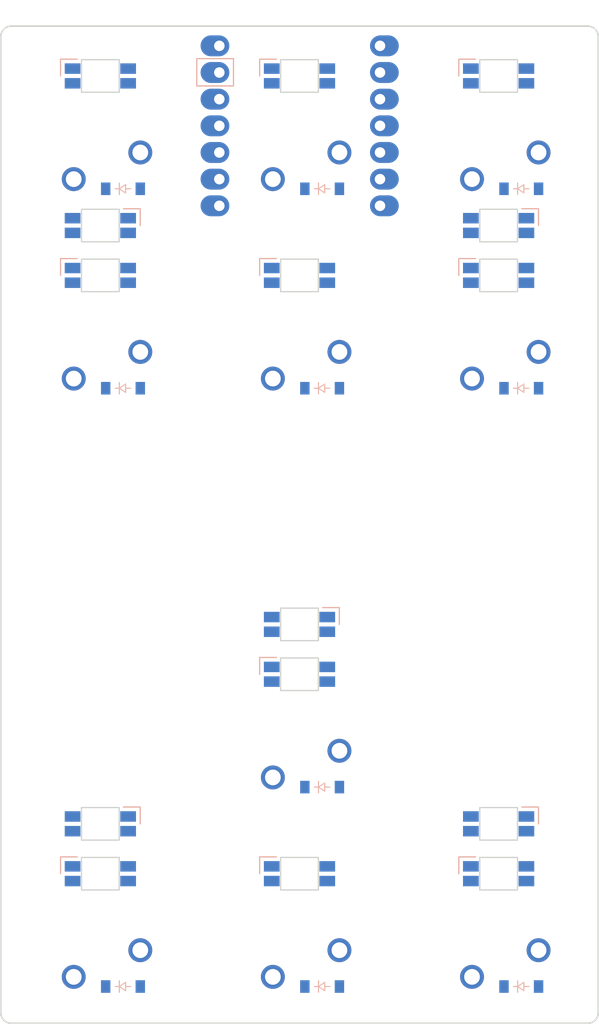
<source format=kicad_pcb>

            
(kicad_pcb (version 20171130) (host pcbnew 5.1.6)

  (page A3)
  (title_block
    (title mr_useful)
    (rev 0.1)
    (company ceoloide)
  )

  (general
    (thickness 1.6)
  )

  (layers
    (0 F.Cu signal)
    (31 B.Cu signal)
    (32 B.Adhes user)
    (33 F.Adhes user)
    (34 B.Paste user)
    (35 F.Paste user)
    (36 B.SilkS user)
    (37 F.SilkS user)
    (38 B.Mask user)
    (39 F.Mask user)
    (40 Dwgs.User user)
    (41 Cmts.User user)
    (42 Eco1.User user)
    (43 Eco2.User user)
    (44 Edge.Cuts user)
    (45 Margin user)
    (46 B.CrtYd user)
    (47 F.CrtYd user)
    (48 B.Fab user)
    (49 F.Fab user)
  )

  (setup
    (last_trace_width 0.25)
    (trace_clearance 0.2)
    (zone_clearance 0.508)
    (zone_45_only no)
    (trace_min 0.2)
    (via_size 0.8)
    (via_drill 0.4)
    (via_min_size 0.4)
    (via_min_drill 0.3)
    (uvia_size 0.3)
    (uvia_drill 0.1)
    (uvias_allowed no)
    (uvia_min_size 0.2)
    (uvia_min_drill 0.1)
    (edge_width 0.05)
    (segment_width 0.2)
    (pcb_text_width 0.3)
    (pcb_text_size 1.5 1.5)
    (mod_edge_width 0.12)
    (mod_text_size 1 1)
    (mod_text_width 0.15)
    (pad_size 1.524 1.524)
    (pad_drill 0.762)
    (pad_to_mask_clearance 0.05)
    (aux_axis_origin 0 0)
    (visible_elements FFFFFF7F)
    (pcbplotparams
      (layerselection 0x010fc_ffffffff)
      (usegerberextensions false)
      (usegerberattributes true)
      (usegerberadvancedattributes true)
      (creategerberjobfile true)
      (excludeedgelayer true)
      (linewidth 0.100000)
      (plotframeref false)
      (viasonmask false)
      (mode 1)
      (useauxorigin false)
      (hpglpennumber 1)
      (hpglpenspeed 20)
      (hpglpendiameter 15.000000)
      (psnegative false)
      (psa4output false)
      (plotreference true)
      (plotvalue true)
      (plotinvisibletext false)
      (padsonsilk false)
      (subtractmaskfromsilk false)
      (outputformat 1)
      (mirror false)
      (drillshape 1)
      (scaleselection 1)
      (outputdirectory ""))
  )

            (net 0 "")
(net 1 "C0")
(net 2 "left_down")
(net 3 "C1")
(net 4 "middle_down")
(net 5 "middle_up")
(net 6 "C2")
(net 7 "right_down")
(net 8 "first_bottom")
(net 9 "first_top")
(net 10 "second_bottom")
(net 11 "second_top")
(net 12 "third_bottom")
(net 13 "third_top")
(net 14 "VCC")
(net 15 "LED_4")
(net 16 "GND")
(net 17 "LED_3")
(net 18 "LED_5")
(net 19 "LED_6")
(net 20 "LED_10")
(net 21 "LED_9")
(net 22 "LED_2")
(net 23 "LED_1")
(net 24 "LED_7")
(net 25 "LED")
(net 26 "LED_8")
(net 27 "ULED_3")
(net 28 "ULED_2")
(net 29 "ULED_1")
(net 30 "ULED_4")
(net 31 "ULED_5")
(net 32 "R0")
(net 33 "R1")
(net 34 "R3")
(net 35 "R4")
(net 36 "VIN")
(net 37 "SWDIO")
(net 38 "SWDCLK")
(net 39 "RST")
(net 40 "P0")
(net 41 "P1")
(net 42 "P2")
(net 43 "C3")
(net 44 "R2")
(net 45 "RAW")
            
  (net_class Default "This is the default net class."
    (clearance 0.2)
    (trace_width 0.25)
    (via_dia 0.8)
    (via_drill 0.4)
    (uvia_dia 0.3)
    (uvia_drill 0.1)
    (add_net "")
(add_net "C0")
(add_net "left_down")
(add_net "C1")
(add_net "middle_down")
(add_net "middle_up")
(add_net "C2")
(add_net "right_down")
(add_net "first_bottom")
(add_net "first_top")
(add_net "second_bottom")
(add_net "second_top")
(add_net "third_bottom")
(add_net "third_top")
(add_net "VCC")
(add_net "LED_4")
(add_net "GND")
(add_net "LED_3")
(add_net "LED_5")
(add_net "LED_6")
(add_net "LED_10")
(add_net "LED_9")
(add_net "LED_2")
(add_net "LED_1")
(add_net "LED_7")
(add_net "LED")
(add_net "LED_8")
(add_net "ULED_3")
(add_net "ULED_2")
(add_net "ULED_1")
(add_net "ULED_4")
(add_net "ULED_5")
(add_net "R0")
(add_net "R1")
(add_net "R3")
(add_net "R4")
(add_net "VIN")
(add_net "SWDIO")
(add_net "SWDCLK")
(add_net "RST")
(add_net "P0")
(add_net "P1")
(add_net "P2")
(add_net "C3")
(add_net "R2")
(add_net "RAW")
  )

            
        
      (module MX (layer F.Cu) (tedit 5DD4F656)
      (at 60 125 180)

      
      (fp_text reference "S1" (at 0 0) (layer F.SilkS) hide (effects (font (size 1.27 1.27) (thickness 0.15))))
      (fp_text value "" (at 0 0) (layer F.SilkS) hide (effects (font (size 1.27 1.27) (thickness 0.15))))

      
      (fp_line (start -7 -6) (end -7 -7) (layer Dwgs.User) (width 0.15))
      (fp_line (start -7 7) (end -6 7) (layer Dwgs.User) (width 0.15))
      (fp_line (start -6 -7) (end -7 -7) (layer Dwgs.User) (width 0.15))
      (fp_line (start -7 7) (end -7 6) (layer Dwgs.User) (width 0.15))
      (fp_line (start 7 6) (end 7 7) (layer Dwgs.User) (width 0.15))
      (fp_line (start 7 -7) (end 6 -7) (layer Dwgs.User) (width 0.15))
      (fp_line (start 6 7) (end 7 7) (layer Dwgs.User) (width 0.15))
      (fp_line (start 7 -7) (end 7 -6) (layer Dwgs.User) (width 0.15))
    
      
      (pad "" np_thru_hole circle (at 0 0) (size 3.9878 3.9878) (drill 3.9878) (layers *.Cu *.Mask))

      
      (pad "" np_thru_hole circle (at 5.08 0) (size 1.7018 1.7018) (drill 1.7018) (layers *.Cu *.Mask))
      (pad "" np_thru_hole circle (at -5.08 0) (size 1.7018 1.7018) (drill 1.7018) (layers *.Cu *.Mask))
      
        
        
            
            (pad 1 thru_hole circle (at 2.54 -5.08) (size 2.286 2.286) (drill 1.4986) (layers *.Cu *.Mask) (net 1 "C0"))
            (pad 2 thru_hole circle (at -3.81 -2.54) (size 2.286 2.286) (drill 1.4986) (layers *.Cu *.Mask) (net 2 "left_down"))
          )
        

        
      (module MX (layer F.Cu) (tedit 5DD4F656)
      (at 79 125 180)

      
      (fp_text reference "S2" (at 0 0) (layer F.SilkS) hide (effects (font (size 1.27 1.27) (thickness 0.15))))
      (fp_text value "" (at 0 0) (layer F.SilkS) hide (effects (font (size 1.27 1.27) (thickness 0.15))))

      
      (fp_line (start -7 -6) (end -7 -7) (layer Dwgs.User) (width 0.15))
      (fp_line (start -7 7) (end -6 7) (layer Dwgs.User) (width 0.15))
      (fp_line (start -6 -7) (end -7 -7) (layer Dwgs.User) (width 0.15))
      (fp_line (start -7 7) (end -7 6) (layer Dwgs.User) (width 0.15))
      (fp_line (start 7 6) (end 7 7) (layer Dwgs.User) (width 0.15))
      (fp_line (start 7 -7) (end 6 -7) (layer Dwgs.User) (width 0.15))
      (fp_line (start 6 7) (end 7 7) (layer Dwgs.User) (width 0.15))
      (fp_line (start 7 -7) (end 7 -6) (layer Dwgs.User) (width 0.15))
    
      
      (pad "" np_thru_hole circle (at 0 0) (size 3.9878 3.9878) (drill 3.9878) (layers *.Cu *.Mask))

      
      (pad "" np_thru_hole circle (at 5.08 0) (size 1.7018 1.7018) (drill 1.7018) (layers *.Cu *.Mask))
      (pad "" np_thru_hole circle (at -5.08 0) (size 1.7018 1.7018) (drill 1.7018) (layers *.Cu *.Mask))
      
        
        
            
            (pad 1 thru_hole circle (at 2.54 -5.08) (size 2.286 2.286) (drill 1.4986) (layers *.Cu *.Mask) (net 3 "C1"))
            (pad 2 thru_hole circle (at -3.81 -2.54) (size 2.286 2.286) (drill 1.4986) (layers *.Cu *.Mask) (net 4 "middle_down"))
          )
        

        
      (module MX (layer F.Cu) (tedit 5DD4F656)
      (at 79 106 180)

      
      (fp_text reference "S3" (at 0 0) (layer F.SilkS) hide (effects (font (size 1.27 1.27) (thickness 0.15))))
      (fp_text value "" (at 0 0) (layer F.SilkS) hide (effects (font (size 1.27 1.27) (thickness 0.15))))

      
      (fp_line (start -7 -6) (end -7 -7) (layer Dwgs.User) (width 0.15))
      (fp_line (start -7 7) (end -6 7) (layer Dwgs.User) (width 0.15))
      (fp_line (start -6 -7) (end -7 -7) (layer Dwgs.User) (width 0.15))
      (fp_line (start -7 7) (end -7 6) (layer Dwgs.User) (width 0.15))
      (fp_line (start 7 6) (end 7 7) (layer Dwgs.User) (width 0.15))
      (fp_line (start 7 -7) (end 6 -7) (layer Dwgs.User) (width 0.15))
      (fp_line (start 6 7) (end 7 7) (layer Dwgs.User) (width 0.15))
      (fp_line (start 7 -7) (end 7 -6) (layer Dwgs.User) (width 0.15))
    
      
      (pad "" np_thru_hole circle (at 0 0) (size 3.9878 3.9878) (drill 3.9878) (layers *.Cu *.Mask))

      
      (pad "" np_thru_hole circle (at 5.08 0) (size 1.7018 1.7018) (drill 1.7018) (layers *.Cu *.Mask))
      (pad "" np_thru_hole circle (at -5.08 0) (size 1.7018 1.7018) (drill 1.7018) (layers *.Cu *.Mask))
      
        
        
            
            (pad 1 thru_hole circle (at 2.54 -5.08) (size 2.286 2.286) (drill 1.4986) (layers *.Cu *.Mask) (net 3 "C1"))
            (pad 2 thru_hole circle (at -3.81 -2.54) (size 2.286 2.286) (drill 1.4986) (layers *.Cu *.Mask) (net 5 "middle_up"))
          )
        

        
      (module MX (layer F.Cu) (tedit 5DD4F656)
      (at 98 125 180)

      
      (fp_text reference "S4" (at 0 0) (layer F.SilkS) hide (effects (font (size 1.27 1.27) (thickness 0.15))))
      (fp_text value "" (at 0 0) (layer F.SilkS) hide (effects (font (size 1.27 1.27) (thickness 0.15))))

      
      (fp_line (start -7 -6) (end -7 -7) (layer Dwgs.User) (width 0.15))
      (fp_line (start -7 7) (end -6 7) (layer Dwgs.User) (width 0.15))
      (fp_line (start -6 -7) (end -7 -7) (layer Dwgs.User) (width 0.15))
      (fp_line (start -7 7) (end -7 6) (layer Dwgs.User) (width 0.15))
      (fp_line (start 7 6) (end 7 7) (layer Dwgs.User) (width 0.15))
      (fp_line (start 7 -7) (end 6 -7) (layer Dwgs.User) (width 0.15))
      (fp_line (start 6 7) (end 7 7) (layer Dwgs.User) (width 0.15))
      (fp_line (start 7 -7) (end 7 -6) (layer Dwgs.User) (width 0.15))
    
      
      (pad "" np_thru_hole circle (at 0 0) (size 3.9878 3.9878) (drill 3.9878) (layers *.Cu *.Mask))

      
      (pad "" np_thru_hole circle (at 5.08 0) (size 1.7018 1.7018) (drill 1.7018) (layers *.Cu *.Mask))
      (pad "" np_thru_hole circle (at -5.08 0) (size 1.7018 1.7018) (drill 1.7018) (layers *.Cu *.Mask))
      
        
        
            
            (pad 1 thru_hole circle (at 2.54 -5.08) (size 2.286 2.286) (drill 1.4986) (layers *.Cu *.Mask) (net 6 "C2"))
            (pad 2 thru_hole circle (at -3.81 -2.54) (size 2.286 2.286) (drill 1.4986) (layers *.Cu *.Mask) (net 7 "right_down"))
          )
        

        
      (module MX (layer F.Cu) (tedit 5DD4F656)
      (at 60 68 180)

      
      (fp_text reference "S5" (at 0 0) (layer F.SilkS) hide (effects (font (size 1.27 1.27) (thickness 0.15))))
      (fp_text value "" (at 0 0) (layer F.SilkS) hide (effects (font (size 1.27 1.27) (thickness 0.15))))

      
      (fp_line (start -7 -6) (end -7 -7) (layer Dwgs.User) (width 0.15))
      (fp_line (start -7 7) (end -6 7) (layer Dwgs.User) (width 0.15))
      (fp_line (start -6 -7) (end -7 -7) (layer Dwgs.User) (width 0.15))
      (fp_line (start -7 7) (end -7 6) (layer Dwgs.User) (width 0.15))
      (fp_line (start 7 6) (end 7 7) (layer Dwgs.User) (width 0.15))
      (fp_line (start 7 -7) (end 6 -7) (layer Dwgs.User) (width 0.15))
      (fp_line (start 6 7) (end 7 7) (layer Dwgs.User) (width 0.15))
      (fp_line (start 7 -7) (end 7 -6) (layer Dwgs.User) (width 0.15))
    
      
      (pad "" np_thru_hole circle (at 0 0) (size 3.9878 3.9878) (drill 3.9878) (layers *.Cu *.Mask))

      
      (pad "" np_thru_hole circle (at 5.08 0) (size 1.7018 1.7018) (drill 1.7018) (layers *.Cu *.Mask))
      (pad "" np_thru_hole circle (at -5.08 0) (size 1.7018 1.7018) (drill 1.7018) (layers *.Cu *.Mask))
      
        
        
            
            (pad 1 thru_hole circle (at 2.54 -5.08) (size 2.286 2.286) (drill 1.4986) (layers *.Cu *.Mask) (net 1 "C0"))
            (pad 2 thru_hole circle (at -3.81 -2.54) (size 2.286 2.286) (drill 1.4986) (layers *.Cu *.Mask) (net 8 "first_bottom"))
          )
        

        
      (module MX (layer F.Cu) (tedit 5DD4F656)
      (at 60 49 180)

      
      (fp_text reference "S6" (at 0 0) (layer F.SilkS) hide (effects (font (size 1.27 1.27) (thickness 0.15))))
      (fp_text value "" (at 0 0) (layer F.SilkS) hide (effects (font (size 1.27 1.27) (thickness 0.15))))

      
      (fp_line (start -7 -6) (end -7 -7) (layer Dwgs.User) (width 0.15))
      (fp_line (start -7 7) (end -6 7) (layer Dwgs.User) (width 0.15))
      (fp_line (start -6 -7) (end -7 -7) (layer Dwgs.User) (width 0.15))
      (fp_line (start -7 7) (end -7 6) (layer Dwgs.User) (width 0.15))
      (fp_line (start 7 6) (end 7 7) (layer Dwgs.User) (width 0.15))
      (fp_line (start 7 -7) (end 6 -7) (layer Dwgs.User) (width 0.15))
      (fp_line (start 6 7) (end 7 7) (layer Dwgs.User) (width 0.15))
      (fp_line (start 7 -7) (end 7 -6) (layer Dwgs.User) (width 0.15))
    
      
      (pad "" np_thru_hole circle (at 0 0) (size 3.9878 3.9878) (drill 3.9878) (layers *.Cu *.Mask))

      
      (pad "" np_thru_hole circle (at 5.08 0) (size 1.7018 1.7018) (drill 1.7018) (layers *.Cu *.Mask))
      (pad "" np_thru_hole circle (at -5.08 0) (size 1.7018 1.7018) (drill 1.7018) (layers *.Cu *.Mask))
      
        
        
            
            (pad 1 thru_hole circle (at 2.54 -5.08) (size 2.286 2.286) (drill 1.4986) (layers *.Cu *.Mask) (net 1 "C0"))
            (pad 2 thru_hole circle (at -3.81 -2.54) (size 2.286 2.286) (drill 1.4986) (layers *.Cu *.Mask) (net 9 "first_top"))
          )
        

        
      (module MX (layer F.Cu) (tedit 5DD4F656)
      (at 79 68 180)

      
      (fp_text reference "S7" (at 0 0) (layer F.SilkS) hide (effects (font (size 1.27 1.27) (thickness 0.15))))
      (fp_text value "" (at 0 0) (layer F.SilkS) hide (effects (font (size 1.27 1.27) (thickness 0.15))))

      
      (fp_line (start -7 -6) (end -7 -7) (layer Dwgs.User) (width 0.15))
      (fp_line (start -7 7) (end -6 7) (layer Dwgs.User) (width 0.15))
      (fp_line (start -6 -7) (end -7 -7) (layer Dwgs.User) (width 0.15))
      (fp_line (start -7 7) (end -7 6) (layer Dwgs.User) (width 0.15))
      (fp_line (start 7 6) (end 7 7) (layer Dwgs.User) (width 0.15))
      (fp_line (start 7 -7) (end 6 -7) (layer Dwgs.User) (width 0.15))
      (fp_line (start 6 7) (end 7 7) (layer Dwgs.User) (width 0.15))
      (fp_line (start 7 -7) (end 7 -6) (layer Dwgs.User) (width 0.15))
    
      
      (pad "" np_thru_hole circle (at 0 0) (size 3.9878 3.9878) (drill 3.9878) (layers *.Cu *.Mask))

      
      (pad "" np_thru_hole circle (at 5.08 0) (size 1.7018 1.7018) (drill 1.7018) (layers *.Cu *.Mask))
      (pad "" np_thru_hole circle (at -5.08 0) (size 1.7018 1.7018) (drill 1.7018) (layers *.Cu *.Mask))
      
        
        
            
            (pad 1 thru_hole circle (at 2.54 -5.08) (size 2.286 2.286) (drill 1.4986) (layers *.Cu *.Mask) (net 3 "C1"))
            (pad 2 thru_hole circle (at -3.81 -2.54) (size 2.286 2.286) (drill 1.4986) (layers *.Cu *.Mask) (net 10 "second_bottom"))
          )
        

        
      (module MX (layer F.Cu) (tedit 5DD4F656)
      (at 79 49 180)

      
      (fp_text reference "S8" (at 0 0) (layer F.SilkS) hide (effects (font (size 1.27 1.27) (thickness 0.15))))
      (fp_text value "" (at 0 0) (layer F.SilkS) hide (effects (font (size 1.27 1.27) (thickness 0.15))))

      
      (fp_line (start -7 -6) (end -7 -7) (layer Dwgs.User) (width 0.15))
      (fp_line (start -7 7) (end -6 7) (layer Dwgs.User) (width 0.15))
      (fp_line (start -6 -7) (end -7 -7) (layer Dwgs.User) (width 0.15))
      (fp_line (start -7 7) (end -7 6) (layer Dwgs.User) (width 0.15))
      (fp_line (start 7 6) (end 7 7) (layer Dwgs.User) (width 0.15))
      (fp_line (start 7 -7) (end 6 -7) (layer Dwgs.User) (width 0.15))
      (fp_line (start 6 7) (end 7 7) (layer Dwgs.User) (width 0.15))
      (fp_line (start 7 -7) (end 7 -6) (layer Dwgs.User) (width 0.15))
    
      
      (pad "" np_thru_hole circle (at 0 0) (size 3.9878 3.9878) (drill 3.9878) (layers *.Cu *.Mask))

      
      (pad "" np_thru_hole circle (at 5.08 0) (size 1.7018 1.7018) (drill 1.7018) (layers *.Cu *.Mask))
      (pad "" np_thru_hole circle (at -5.08 0) (size 1.7018 1.7018) (drill 1.7018) (layers *.Cu *.Mask))
      
        
        
            
            (pad 1 thru_hole circle (at 2.54 -5.08) (size 2.286 2.286) (drill 1.4986) (layers *.Cu *.Mask) (net 3 "C1"))
            (pad 2 thru_hole circle (at -3.81 -2.54) (size 2.286 2.286) (drill 1.4986) (layers *.Cu *.Mask) (net 11 "second_top"))
          )
        

        
      (module MX (layer F.Cu) (tedit 5DD4F656)
      (at 98 68 180)

      
      (fp_text reference "S9" (at 0 0) (layer F.SilkS) hide (effects (font (size 1.27 1.27) (thickness 0.15))))
      (fp_text value "" (at 0 0) (layer F.SilkS) hide (effects (font (size 1.27 1.27) (thickness 0.15))))

      
      (fp_line (start -7 -6) (end -7 -7) (layer Dwgs.User) (width 0.15))
      (fp_line (start -7 7) (end -6 7) (layer Dwgs.User) (width 0.15))
      (fp_line (start -6 -7) (end -7 -7) (layer Dwgs.User) (width 0.15))
      (fp_line (start -7 7) (end -7 6) (layer Dwgs.User) (width 0.15))
      (fp_line (start 7 6) (end 7 7) (layer Dwgs.User) (width 0.15))
      (fp_line (start 7 -7) (end 6 -7) (layer Dwgs.User) (width 0.15))
      (fp_line (start 6 7) (end 7 7) (layer Dwgs.User) (width 0.15))
      (fp_line (start 7 -7) (end 7 -6) (layer Dwgs.User) (width 0.15))
    
      
      (pad "" np_thru_hole circle (at 0 0) (size 3.9878 3.9878) (drill 3.9878) (layers *.Cu *.Mask))

      
      (pad "" np_thru_hole circle (at 5.08 0) (size 1.7018 1.7018) (drill 1.7018) (layers *.Cu *.Mask))
      (pad "" np_thru_hole circle (at -5.08 0) (size 1.7018 1.7018) (drill 1.7018) (layers *.Cu *.Mask))
      
        
        
            
            (pad 1 thru_hole circle (at 2.54 -5.08) (size 2.286 2.286) (drill 1.4986) (layers *.Cu *.Mask) (net 6 "C2"))
            (pad 2 thru_hole circle (at -3.81 -2.54) (size 2.286 2.286) (drill 1.4986) (layers *.Cu *.Mask) (net 12 "third_bottom"))
          )
        

        
      (module MX (layer F.Cu) (tedit 5DD4F656)
      (at 98 49 180)

      
      (fp_text reference "S10" (at 0 0) (layer F.SilkS) hide (effects (font (size 1.27 1.27) (thickness 0.15))))
      (fp_text value "" (at 0 0) (layer F.SilkS) hide (effects (font (size 1.27 1.27) (thickness 0.15))))

      
      (fp_line (start -7 -6) (end -7 -7) (layer Dwgs.User) (width 0.15))
      (fp_line (start -7 7) (end -6 7) (layer Dwgs.User) (width 0.15))
      (fp_line (start -6 -7) (end -7 -7) (layer Dwgs.User) (width 0.15))
      (fp_line (start -7 7) (end -7 6) (layer Dwgs.User) (width 0.15))
      (fp_line (start 7 6) (end 7 7) (layer Dwgs.User) (width 0.15))
      (fp_line (start 7 -7) (end 6 -7) (layer Dwgs.User) (width 0.15))
      (fp_line (start 6 7) (end 7 7) (layer Dwgs.User) (width 0.15))
      (fp_line (start 7 -7) (end 7 -6) (layer Dwgs.User) (width 0.15))
    
      
      (pad "" np_thru_hole circle (at 0 0) (size 3.9878 3.9878) (drill 3.9878) (layers *.Cu *.Mask))

      
      (pad "" np_thru_hole circle (at 5.08 0) (size 1.7018 1.7018) (drill 1.7018) (layers *.Cu *.Mask))
      (pad "" np_thru_hole circle (at -5.08 0) (size 1.7018 1.7018) (drill 1.7018) (layers *.Cu *.Mask))
      
        
        
            
            (pad 1 thru_hole circle (at 2.54 -5.08) (size 2.286 2.286) (drill 1.4986) (layers *.Cu *.Mask) (net 6 "C2"))
            (pad 2 thru_hole circle (at -3.81 -2.54) (size 2.286 2.286) (drill 1.4986) (layers *.Cu *.Mask) (net 13 "third_top"))
          )
        

      (module "YS-SK6812MINI-E" (layer B.Cu) (tedit 5F70BC98)
        (at 60 120.25 0)

        (fp_text reference "LED1" (at 0.2 11.2) (layer B.SilkS) hide
          (effects (font (size 1 1) (thickness 0.15)))
        )

        (fp_line (start -1.6 -1.4) (end 1.6 -1.4) (layer Dwgs.User) (width 0.12))
        (fp_line (start -1.6 1.4) (end 1.6 1.4) (layer Dwgs.User) (width 0.12))
        (fp_line (start -1.6 -1.4) (end -1.6 1.4) (layer Dwgs.User) (width 0.12))
        (fp_line (start 1.6 -1.4) (end 1.6 1.4) (layer Dwgs.User) (width 0.12))
        (fp_line (start -1.6 -1.05) (end -2.94 -1.05) (layer Dwgs.User) (width 0.12))
        (fp_line (start -2.94 -1.05) (end -2.94 -0.37) (layer Dwgs.User) (width 0.12))
        (fp_line (start -2.94 -0.37) (end -1.6 -0.37) (layer Dwgs.User) (width 0.12))
        (fp_line (start -1.6 0.35) (end -2.94 0.35) (layer Dwgs.User) (width 0.12))
        (fp_line (start -2.94 1.03) (end -1.6 1.03) (layer Dwgs.User) (width 0.12))
        (fp_line (start -2.94 0.35) (end -2.94 1.03) (layer Dwgs.User) (width 0.12))
        (fp_line (start 1.6 1.03) (end 2.94 1.03) (layer Dwgs.User) (width 0.12))
        (fp_line (start 2.94 0.35) (end 1.6 0.35) (layer Dwgs.User) (width 0.12))
        (fp_line (start 2.94 1.03) (end 2.94 0.35) (layer Dwgs.User) (width 0.12))
        (fp_line (start 1.6 -0.37) (end 2.94 -0.37) (layer Dwgs.User) (width 0.12))
        (fp_line (start 2.94 -1.05) (end 1.6 -1.05) (layer Dwgs.User) (width 0.12))
        (fp_line (start 2.94 -0.37) (end 2.94 -1.05) (layer Dwgs.User) (width 0.12))
    
      (fp_line (start -1.6 -0.7) (end -0.8 -1.4) (layer Dwgs.User) (width 0.12))
      (fp_line (start -3.8 -1.6) (end -2.2 -1.6) (layer B.SilkS) (width 0.12))
      (fp_line (start -3.8 0) (end -3.8 -1.6) (layer B.SilkS) (width 0.12))
      (pad 2 smd rect (at 2.65 -0.7 0) (size 1.5 1) (layers B.Cu B.Paste B.Mask) (net 15 "LED_4"))
      (pad 1 smd rect (at 2.65 0.7 0) (size 1.5 1) (layers B.Cu B.Paste B.Mask) (net 14 "VCC"))
      (pad 3 smd rect (at -2.65 -0.7 0) (size 1.5 1) (layers B.Cu B.Paste B.Mask) (net 16 "GND"))
      (pad 4 smd rect (at -2.65 0.7 0) (size 1.5 1) (layers B.Cu B.Paste B.Mask) (net 17 "LED_3"))
      
      (fp_line (start -1.8 -1.55) (end -1.8 1.55) (layer Edge.Cuts) (width 0.12))
      (fp_line (start -1.8 1.55) (end 1.8 1.55) (layer Edge.Cuts) (width 0.12))
      (fp_line (start 1.8 1.55) (end 1.8 -1.55) (layer Edge.Cuts) (width 0.12))
      (fp_line (start 1.8 -1.55) (end -1.8 -1.55) (layer Edge.Cuts) (width 0.12))
    )
    

      (module "YS-SK6812MINI-E" (layer B.Cu) (tedit 5F70BC98)
        (at 79 120.25 0)

        (fp_text reference "LED2" (at 0.2 11.2) (layer B.SilkS) hide
          (effects (font (size 1 1) (thickness 0.15)))
        )

        (fp_line (start -1.6 -1.4) (end 1.6 -1.4) (layer Dwgs.User) (width 0.12))
        (fp_line (start -1.6 1.4) (end 1.6 1.4) (layer Dwgs.User) (width 0.12))
        (fp_line (start -1.6 -1.4) (end -1.6 1.4) (layer Dwgs.User) (width 0.12))
        (fp_line (start 1.6 -1.4) (end 1.6 1.4) (layer Dwgs.User) (width 0.12))
        (fp_line (start -1.6 -1.05) (end -2.94 -1.05) (layer Dwgs.User) (width 0.12))
        (fp_line (start -2.94 -1.05) (end -2.94 -0.37) (layer Dwgs.User) (width 0.12))
        (fp_line (start -2.94 -0.37) (end -1.6 -0.37) (layer Dwgs.User) (width 0.12))
        (fp_line (start -1.6 0.35) (end -2.94 0.35) (layer Dwgs.User) (width 0.12))
        (fp_line (start -2.94 1.03) (end -1.6 1.03) (layer Dwgs.User) (width 0.12))
        (fp_line (start -2.94 0.35) (end -2.94 1.03) (layer Dwgs.User) (width 0.12))
        (fp_line (start 1.6 1.03) (end 2.94 1.03) (layer Dwgs.User) (width 0.12))
        (fp_line (start 2.94 0.35) (end 1.6 0.35) (layer Dwgs.User) (width 0.12))
        (fp_line (start 2.94 1.03) (end 2.94 0.35) (layer Dwgs.User) (width 0.12))
        (fp_line (start 1.6 -0.37) (end 2.94 -0.37) (layer Dwgs.User) (width 0.12))
        (fp_line (start 2.94 -1.05) (end 1.6 -1.05) (layer Dwgs.User) (width 0.12))
        (fp_line (start 2.94 -0.37) (end 2.94 -1.05) (layer Dwgs.User) (width 0.12))
    
      (fp_line (start -1.6 -0.7) (end -0.8 -1.4) (layer Dwgs.User) (width 0.12))
      (fp_line (start -3.8 -1.6) (end -2.2 -1.6) (layer B.SilkS) (width 0.12))
      (fp_line (start -3.8 0) (end -3.8 -1.6) (layer B.SilkS) (width 0.12))
      (pad 2 smd rect (at 2.65 -0.7 0) (size 1.5 1) (layers B.Cu B.Paste B.Mask) (net 18 "LED_5"))
      (pad 1 smd rect (at 2.65 0.7 0) (size 1.5 1) (layers B.Cu B.Paste B.Mask) (net 14 "VCC"))
      (pad 3 smd rect (at -2.65 -0.7 0) (size 1.5 1) (layers B.Cu B.Paste B.Mask) (net 16 "GND"))
      (pad 4 smd rect (at -2.65 0.7 0) (size 1.5 1) (layers B.Cu B.Paste B.Mask) (net 15 "LED_4"))
      
      (fp_line (start -1.8 -1.55) (end -1.8 1.55) (layer Edge.Cuts) (width 0.12))
      (fp_line (start -1.8 1.55) (end 1.8 1.55) (layer Edge.Cuts) (width 0.12))
      (fp_line (start 1.8 1.55) (end 1.8 -1.55) (layer Edge.Cuts) (width 0.12))
      (fp_line (start 1.8 -1.55) (end -1.8 -1.55) (layer Edge.Cuts) (width 0.12))
    )
    

      (module "YS-SK6812MINI-E" (layer B.Cu) (tedit 5F70BC98)
        (at 79 101.25 0)

        (fp_text reference "LED3" (at 0.2 11.2) (layer B.SilkS) hide
          (effects (font (size 1 1) (thickness 0.15)))
        )

        (fp_line (start -1.6 -1.4) (end 1.6 -1.4) (layer Dwgs.User) (width 0.12))
        (fp_line (start -1.6 1.4) (end 1.6 1.4) (layer Dwgs.User) (width 0.12))
        (fp_line (start -1.6 -1.4) (end -1.6 1.4) (layer Dwgs.User) (width 0.12))
        (fp_line (start 1.6 -1.4) (end 1.6 1.4) (layer Dwgs.User) (width 0.12))
        (fp_line (start -1.6 -1.05) (end -2.94 -1.05) (layer Dwgs.User) (width 0.12))
        (fp_line (start -2.94 -1.05) (end -2.94 -0.37) (layer Dwgs.User) (width 0.12))
        (fp_line (start -2.94 -0.37) (end -1.6 -0.37) (layer Dwgs.User) (width 0.12))
        (fp_line (start -1.6 0.35) (end -2.94 0.35) (layer Dwgs.User) (width 0.12))
        (fp_line (start -2.94 1.03) (end -1.6 1.03) (layer Dwgs.User) (width 0.12))
        (fp_line (start -2.94 0.35) (end -2.94 1.03) (layer Dwgs.User) (width 0.12))
        (fp_line (start 1.6 1.03) (end 2.94 1.03) (layer Dwgs.User) (width 0.12))
        (fp_line (start 2.94 0.35) (end 1.6 0.35) (layer Dwgs.User) (width 0.12))
        (fp_line (start 2.94 1.03) (end 2.94 0.35) (layer Dwgs.User) (width 0.12))
        (fp_line (start 1.6 -0.37) (end 2.94 -0.37) (layer Dwgs.User) (width 0.12))
        (fp_line (start 2.94 -1.05) (end 1.6 -1.05) (layer Dwgs.User) (width 0.12))
        (fp_line (start 2.94 -0.37) (end 2.94 -1.05) (layer Dwgs.User) (width 0.12))
    
      (fp_line (start -1.6 -0.7) (end -0.8 -1.4) (layer Dwgs.User) (width 0.12))
      (fp_line (start -3.8 -1.6) (end -2.2 -1.6) (layer B.SilkS) (width 0.12))
      (fp_line (start -3.8 0) (end -3.8 -1.6) (layer B.SilkS) (width 0.12))
      (pad 2 smd rect (at 2.65 -0.7 0) (size 1.5 1) (layers B.Cu B.Paste B.Mask) (net 19 "LED_6"))
      (pad 1 smd rect (at 2.65 0.7 0) (size 1.5 1) (layers B.Cu B.Paste B.Mask) (net 14 "VCC"))
      (pad 3 smd rect (at -2.65 -0.7 0) (size 1.5 1) (layers B.Cu B.Paste B.Mask) (net 16 "GND"))
      (pad 4 smd rect (at -2.65 0.7 0) (size 1.5 1) (layers B.Cu B.Paste B.Mask) (net 18 "LED_5"))
      
      (fp_line (start -1.8 -1.55) (end -1.8 1.55) (layer Edge.Cuts) (width 0.12))
      (fp_line (start -1.8 1.55) (end 1.8 1.55) (layer Edge.Cuts) (width 0.12))
      (fp_line (start 1.8 1.55) (end 1.8 -1.55) (layer Edge.Cuts) (width 0.12))
      (fp_line (start 1.8 -1.55) (end -1.8 -1.55) (layer Edge.Cuts) (width 0.12))
    )
    

      (module "YS-SK6812MINI-E" (layer B.Cu) (tedit 5F70BC98)
        (at 98 120.25 0)

        (fp_text reference "LED4" (at 0.2 11.2) (layer B.SilkS) hide
          (effects (font (size 1 1) (thickness 0.15)))
        )

        (fp_line (start -1.6 -1.4) (end 1.6 -1.4) (layer Dwgs.User) (width 0.12))
        (fp_line (start -1.6 1.4) (end 1.6 1.4) (layer Dwgs.User) (width 0.12))
        (fp_line (start -1.6 -1.4) (end -1.6 1.4) (layer Dwgs.User) (width 0.12))
        (fp_line (start 1.6 -1.4) (end 1.6 1.4) (layer Dwgs.User) (width 0.12))
        (fp_line (start -1.6 -1.05) (end -2.94 -1.05) (layer Dwgs.User) (width 0.12))
        (fp_line (start -2.94 -1.05) (end -2.94 -0.37) (layer Dwgs.User) (width 0.12))
        (fp_line (start -2.94 -0.37) (end -1.6 -0.37) (layer Dwgs.User) (width 0.12))
        (fp_line (start -1.6 0.35) (end -2.94 0.35) (layer Dwgs.User) (width 0.12))
        (fp_line (start -2.94 1.03) (end -1.6 1.03) (layer Dwgs.User) (width 0.12))
        (fp_line (start -2.94 0.35) (end -2.94 1.03) (layer Dwgs.User) (width 0.12))
        (fp_line (start 1.6 1.03) (end 2.94 1.03) (layer Dwgs.User) (width 0.12))
        (fp_line (start 2.94 0.35) (end 1.6 0.35) (layer Dwgs.User) (width 0.12))
        (fp_line (start 2.94 1.03) (end 2.94 0.35) (layer Dwgs.User) (width 0.12))
        (fp_line (start 1.6 -0.37) (end 2.94 -0.37) (layer Dwgs.User) (width 0.12))
        (fp_line (start 2.94 -1.05) (end 1.6 -1.05) (layer Dwgs.User) (width 0.12))
        (fp_line (start 2.94 -0.37) (end 2.94 -1.05) (layer Dwgs.User) (width 0.12))
    
      (fp_line (start -1.6 -0.7) (end -0.8 -1.4) (layer Dwgs.User) (width 0.12))
      (fp_line (start -3.8 -1.6) (end -2.2 -1.6) (layer B.SilkS) (width 0.12))
      (fp_line (start -3.8 0) (end -3.8 -1.6) (layer B.SilkS) (width 0.12))
      (pad 2 smd rect (at 2.65 -0.7 0) (size 1.5 1) (layers B.Cu B.Paste B.Mask) (net 20 "LED_10"))
      (pad 1 smd rect (at 2.65 0.7 0) (size 1.5 1) (layers B.Cu B.Paste B.Mask) (net 14 "VCC"))
      (pad 3 smd rect (at -2.65 -0.7 0) (size 1.5 1) (layers B.Cu B.Paste B.Mask) (net 16 "GND"))
      (pad 4 smd rect (at -2.65 0.7 0) (size 1.5 1) (layers B.Cu B.Paste B.Mask) (net 21 "LED_9"))
      
      (fp_line (start -1.8 -1.55) (end -1.8 1.55) (layer Edge.Cuts) (width 0.12))
      (fp_line (start -1.8 1.55) (end 1.8 1.55) (layer Edge.Cuts) (width 0.12))
      (fp_line (start 1.8 1.55) (end 1.8 -1.55) (layer Edge.Cuts) (width 0.12))
      (fp_line (start 1.8 -1.55) (end -1.8 -1.55) (layer Edge.Cuts) (width 0.12))
    )
    

      (module "YS-SK6812MINI-E" (layer B.Cu) (tedit 5F70BC98)
        (at 60 63.25 0)

        (fp_text reference "LED5" (at 0.2 11.2) (layer B.SilkS) hide
          (effects (font (size 1 1) (thickness 0.15)))
        )

        (fp_line (start -1.6 -1.4) (end 1.6 -1.4) (layer Dwgs.User) (width 0.12))
        (fp_line (start -1.6 1.4) (end 1.6 1.4) (layer Dwgs.User) (width 0.12))
        (fp_line (start -1.6 -1.4) (end -1.6 1.4) (layer Dwgs.User) (width 0.12))
        (fp_line (start 1.6 -1.4) (end 1.6 1.4) (layer Dwgs.User) (width 0.12))
        (fp_line (start -1.6 -1.05) (end -2.94 -1.05) (layer Dwgs.User) (width 0.12))
        (fp_line (start -2.94 -1.05) (end -2.94 -0.37) (layer Dwgs.User) (width 0.12))
        (fp_line (start -2.94 -0.37) (end -1.6 -0.37) (layer Dwgs.User) (width 0.12))
        (fp_line (start -1.6 0.35) (end -2.94 0.35) (layer Dwgs.User) (width 0.12))
        (fp_line (start -2.94 1.03) (end -1.6 1.03) (layer Dwgs.User) (width 0.12))
        (fp_line (start -2.94 0.35) (end -2.94 1.03) (layer Dwgs.User) (width 0.12))
        (fp_line (start 1.6 1.03) (end 2.94 1.03) (layer Dwgs.User) (width 0.12))
        (fp_line (start 2.94 0.35) (end 1.6 0.35) (layer Dwgs.User) (width 0.12))
        (fp_line (start 2.94 1.03) (end 2.94 0.35) (layer Dwgs.User) (width 0.12))
        (fp_line (start 1.6 -0.37) (end 2.94 -0.37) (layer Dwgs.User) (width 0.12))
        (fp_line (start 2.94 -1.05) (end 1.6 -1.05) (layer Dwgs.User) (width 0.12))
        (fp_line (start 2.94 -0.37) (end 2.94 -1.05) (layer Dwgs.User) (width 0.12))
    
      (fp_line (start -1.6 -0.7) (end -0.8 -1.4) (layer Dwgs.User) (width 0.12))
      (fp_line (start -3.8 -1.6) (end -2.2 -1.6) (layer B.SilkS) (width 0.12))
      (fp_line (start -3.8 0) (end -3.8 -1.6) (layer B.SilkS) (width 0.12))
      (pad 2 smd rect (at 2.65 -0.7 0) (size 1.5 1) (layers B.Cu B.Paste B.Mask) (net 17 "LED_3"))
      (pad 1 smd rect (at 2.65 0.7 0) (size 1.5 1) (layers B.Cu B.Paste B.Mask) (net 14 "VCC"))
      (pad 3 smd rect (at -2.65 -0.7 0) (size 1.5 1) (layers B.Cu B.Paste B.Mask) (net 16 "GND"))
      (pad 4 smd rect (at -2.65 0.7 0) (size 1.5 1) (layers B.Cu B.Paste B.Mask) (net 22 "LED_2"))
      
      (fp_line (start -1.8 -1.55) (end -1.8 1.55) (layer Edge.Cuts) (width 0.12))
      (fp_line (start -1.8 1.55) (end 1.8 1.55) (layer Edge.Cuts) (width 0.12))
      (fp_line (start 1.8 1.55) (end 1.8 -1.55) (layer Edge.Cuts) (width 0.12))
      (fp_line (start 1.8 -1.55) (end -1.8 -1.55) (layer Edge.Cuts) (width 0.12))
    )
    

      (module "YS-SK6812MINI-E" (layer B.Cu) (tedit 5F70BC98)
        (at 60 44.25 0)

        (fp_text reference "LED6" (at 0.2 11.2) (layer B.SilkS) hide
          (effects (font (size 1 1) (thickness 0.15)))
        )

        (fp_line (start -1.6 -1.4) (end 1.6 -1.4) (layer Dwgs.User) (width 0.12))
        (fp_line (start -1.6 1.4) (end 1.6 1.4) (layer Dwgs.User) (width 0.12))
        (fp_line (start -1.6 -1.4) (end -1.6 1.4) (layer Dwgs.User) (width 0.12))
        (fp_line (start 1.6 -1.4) (end 1.6 1.4) (layer Dwgs.User) (width 0.12))
        (fp_line (start -1.6 -1.05) (end -2.94 -1.05) (layer Dwgs.User) (width 0.12))
        (fp_line (start -2.94 -1.05) (end -2.94 -0.37) (layer Dwgs.User) (width 0.12))
        (fp_line (start -2.94 -0.37) (end -1.6 -0.37) (layer Dwgs.User) (width 0.12))
        (fp_line (start -1.6 0.35) (end -2.94 0.35) (layer Dwgs.User) (width 0.12))
        (fp_line (start -2.94 1.03) (end -1.6 1.03) (layer Dwgs.User) (width 0.12))
        (fp_line (start -2.94 0.35) (end -2.94 1.03) (layer Dwgs.User) (width 0.12))
        (fp_line (start 1.6 1.03) (end 2.94 1.03) (layer Dwgs.User) (width 0.12))
        (fp_line (start 2.94 0.35) (end 1.6 0.35) (layer Dwgs.User) (width 0.12))
        (fp_line (start 2.94 1.03) (end 2.94 0.35) (layer Dwgs.User) (width 0.12))
        (fp_line (start 1.6 -0.37) (end 2.94 -0.37) (layer Dwgs.User) (width 0.12))
        (fp_line (start 2.94 -1.05) (end 1.6 -1.05) (layer Dwgs.User) (width 0.12))
        (fp_line (start 2.94 -0.37) (end 2.94 -1.05) (layer Dwgs.User) (width 0.12))
    
      (fp_line (start -1.6 -0.7) (end -0.8 -1.4) (layer Dwgs.User) (width 0.12))
      (fp_line (start -3.8 -1.6) (end -2.2 -1.6) (layer B.SilkS) (width 0.12))
      (fp_line (start -3.8 0) (end -3.8 -1.6) (layer B.SilkS) (width 0.12))
      (pad 2 smd rect (at 2.65 -0.7 0) (size 1.5 1) (layers B.Cu B.Paste B.Mask) (net 22 "LED_2"))
      (pad 1 smd rect (at 2.65 0.7 0) (size 1.5 1) (layers B.Cu B.Paste B.Mask) (net 14 "VCC"))
      (pad 3 smd rect (at -2.65 -0.7 0) (size 1.5 1) (layers B.Cu B.Paste B.Mask) (net 16 "GND"))
      (pad 4 smd rect (at -2.65 0.7 0) (size 1.5 1) (layers B.Cu B.Paste B.Mask) (net 23 "LED_1"))
      
      (fp_line (start -1.8 -1.55) (end -1.8 1.55) (layer Edge.Cuts) (width 0.12))
      (fp_line (start -1.8 1.55) (end 1.8 1.55) (layer Edge.Cuts) (width 0.12))
      (fp_line (start 1.8 1.55) (end 1.8 -1.55) (layer Edge.Cuts) (width 0.12))
      (fp_line (start 1.8 -1.55) (end -1.8 -1.55) (layer Edge.Cuts) (width 0.12))
    )
    

      (module "YS-SK6812MINI-E" (layer B.Cu) (tedit 5F70BC98)
        (at 79 63.25 0)

        (fp_text reference "LED7" (at 0.2 11.2) (layer B.SilkS) hide
          (effects (font (size 1 1) (thickness 0.15)))
        )

        (fp_line (start -1.6 -1.4) (end 1.6 -1.4) (layer Dwgs.User) (width 0.12))
        (fp_line (start -1.6 1.4) (end 1.6 1.4) (layer Dwgs.User) (width 0.12))
        (fp_line (start -1.6 -1.4) (end -1.6 1.4) (layer Dwgs.User) (width 0.12))
        (fp_line (start 1.6 -1.4) (end 1.6 1.4) (layer Dwgs.User) (width 0.12))
        (fp_line (start -1.6 -1.05) (end -2.94 -1.05) (layer Dwgs.User) (width 0.12))
        (fp_line (start -2.94 -1.05) (end -2.94 -0.37) (layer Dwgs.User) (width 0.12))
        (fp_line (start -2.94 -0.37) (end -1.6 -0.37) (layer Dwgs.User) (width 0.12))
        (fp_line (start -1.6 0.35) (end -2.94 0.35) (layer Dwgs.User) (width 0.12))
        (fp_line (start -2.94 1.03) (end -1.6 1.03) (layer Dwgs.User) (width 0.12))
        (fp_line (start -2.94 0.35) (end -2.94 1.03) (layer Dwgs.User) (width 0.12))
        (fp_line (start 1.6 1.03) (end 2.94 1.03) (layer Dwgs.User) (width 0.12))
        (fp_line (start 2.94 0.35) (end 1.6 0.35) (layer Dwgs.User) (width 0.12))
        (fp_line (start 2.94 1.03) (end 2.94 0.35) (layer Dwgs.User) (width 0.12))
        (fp_line (start 1.6 -0.37) (end 2.94 -0.37) (layer Dwgs.User) (width 0.12))
        (fp_line (start 2.94 -1.05) (end 1.6 -1.05) (layer Dwgs.User) (width 0.12))
        (fp_line (start 2.94 -0.37) (end 2.94 -1.05) (layer Dwgs.User) (width 0.12))
    
      (fp_line (start -1.6 -0.7) (end -0.8 -1.4) (layer Dwgs.User) (width 0.12))
      (fp_line (start -3.8 -1.6) (end -2.2 -1.6) (layer B.SilkS) (width 0.12))
      (fp_line (start -3.8 0) (end -3.8 -1.6) (layer B.SilkS) (width 0.12))
      (pad 2 smd rect (at 2.65 -0.7 0) (size 1.5 1) (layers B.Cu B.Paste B.Mask) (net 24 "LED_7"))
      (pad 1 smd rect (at 2.65 0.7 0) (size 1.5 1) (layers B.Cu B.Paste B.Mask) (net 14 "VCC"))
      (pad 3 smd rect (at -2.65 -0.7 0) (size 1.5 1) (layers B.Cu B.Paste B.Mask) (net 16 "GND"))
      (pad 4 smd rect (at -2.65 0.7 0) (size 1.5 1) (layers B.Cu B.Paste B.Mask) (net 19 "LED_6"))
      
      (fp_line (start -1.8 -1.55) (end -1.8 1.55) (layer Edge.Cuts) (width 0.12))
      (fp_line (start -1.8 1.55) (end 1.8 1.55) (layer Edge.Cuts) (width 0.12))
      (fp_line (start 1.8 1.55) (end 1.8 -1.55) (layer Edge.Cuts) (width 0.12))
      (fp_line (start 1.8 -1.55) (end -1.8 -1.55) (layer Edge.Cuts) (width 0.12))
    )
    

      (module "YS-SK6812MINI-E" (layer B.Cu) (tedit 5F70BC98)
        (at 79 44.25 0)

        (fp_text reference "LED8" (at 0.2 11.2) (layer B.SilkS) hide
          (effects (font (size 1 1) (thickness 0.15)))
        )

        (fp_line (start -1.6 -1.4) (end 1.6 -1.4) (layer Dwgs.User) (width 0.12))
        (fp_line (start -1.6 1.4) (end 1.6 1.4) (layer Dwgs.User) (width 0.12))
        (fp_line (start -1.6 -1.4) (end -1.6 1.4) (layer Dwgs.User) (width 0.12))
        (fp_line (start 1.6 -1.4) (end 1.6 1.4) (layer Dwgs.User) (width 0.12))
        (fp_line (start -1.6 -1.05) (end -2.94 -1.05) (layer Dwgs.User) (width 0.12))
        (fp_line (start -2.94 -1.05) (end -2.94 -0.37) (layer Dwgs.User) (width 0.12))
        (fp_line (start -2.94 -0.37) (end -1.6 -0.37) (layer Dwgs.User) (width 0.12))
        (fp_line (start -1.6 0.35) (end -2.94 0.35) (layer Dwgs.User) (width 0.12))
        (fp_line (start -2.94 1.03) (end -1.6 1.03) (layer Dwgs.User) (width 0.12))
        (fp_line (start -2.94 0.35) (end -2.94 1.03) (layer Dwgs.User) (width 0.12))
        (fp_line (start 1.6 1.03) (end 2.94 1.03) (layer Dwgs.User) (width 0.12))
        (fp_line (start 2.94 0.35) (end 1.6 0.35) (layer Dwgs.User) (width 0.12))
        (fp_line (start 2.94 1.03) (end 2.94 0.35) (layer Dwgs.User) (width 0.12))
        (fp_line (start 1.6 -0.37) (end 2.94 -0.37) (layer Dwgs.User) (width 0.12))
        (fp_line (start 2.94 -1.05) (end 1.6 -1.05) (layer Dwgs.User) (width 0.12))
        (fp_line (start 2.94 -0.37) (end 2.94 -1.05) (layer Dwgs.User) (width 0.12))
    
      (fp_line (start -1.6 -0.7) (end -0.8 -1.4) (layer Dwgs.User) (width 0.12))
      (fp_line (start -3.8 -1.6) (end -2.2 -1.6) (layer B.SilkS) (width 0.12))
      (fp_line (start -3.8 0) (end -3.8 -1.6) (layer B.SilkS) (width 0.12))
      (pad 2 smd rect (at 2.65 -0.7 0) (size 1.5 1) (layers B.Cu B.Paste B.Mask) (net 23 "LED_1"))
      (pad 1 smd rect (at 2.65 0.7 0) (size 1.5 1) (layers B.Cu B.Paste B.Mask) (net 14 "VCC"))
      (pad 3 smd rect (at -2.65 -0.7 0) (size 1.5 1) (layers B.Cu B.Paste B.Mask) (net 16 "GND"))
      (pad 4 smd rect (at -2.65 0.7 0) (size 1.5 1) (layers B.Cu B.Paste B.Mask) (net 25 "LED"))
      
      (fp_line (start -1.8 -1.55) (end -1.8 1.55) (layer Edge.Cuts) (width 0.12))
      (fp_line (start -1.8 1.55) (end 1.8 1.55) (layer Edge.Cuts) (width 0.12))
      (fp_line (start 1.8 1.55) (end 1.8 -1.55) (layer Edge.Cuts) (width 0.12))
      (fp_line (start 1.8 -1.55) (end -1.8 -1.55) (layer Edge.Cuts) (width 0.12))
    )
    

      (module "YS-SK6812MINI-E" (layer B.Cu) (tedit 5F70BC98)
        (at 98 63.25 0)

        (fp_text reference "LED9" (at 0.2 11.2) (layer B.SilkS) hide
          (effects (font (size 1 1) (thickness 0.15)))
        )

        (fp_line (start -1.6 -1.4) (end 1.6 -1.4) (layer Dwgs.User) (width 0.12))
        (fp_line (start -1.6 1.4) (end 1.6 1.4) (layer Dwgs.User) (width 0.12))
        (fp_line (start -1.6 -1.4) (end -1.6 1.4) (layer Dwgs.User) (width 0.12))
        (fp_line (start 1.6 -1.4) (end 1.6 1.4) (layer Dwgs.User) (width 0.12))
        (fp_line (start -1.6 -1.05) (end -2.94 -1.05) (layer Dwgs.User) (width 0.12))
        (fp_line (start -2.94 -1.05) (end -2.94 -0.37) (layer Dwgs.User) (width 0.12))
        (fp_line (start -2.94 -0.37) (end -1.6 -0.37) (layer Dwgs.User) (width 0.12))
        (fp_line (start -1.6 0.35) (end -2.94 0.35) (layer Dwgs.User) (width 0.12))
        (fp_line (start -2.94 1.03) (end -1.6 1.03) (layer Dwgs.User) (width 0.12))
        (fp_line (start -2.94 0.35) (end -2.94 1.03) (layer Dwgs.User) (width 0.12))
        (fp_line (start 1.6 1.03) (end 2.94 1.03) (layer Dwgs.User) (width 0.12))
        (fp_line (start 2.94 0.35) (end 1.6 0.35) (layer Dwgs.User) (width 0.12))
        (fp_line (start 2.94 1.03) (end 2.94 0.35) (layer Dwgs.User) (width 0.12))
        (fp_line (start 1.6 -0.37) (end 2.94 -0.37) (layer Dwgs.User) (width 0.12))
        (fp_line (start 2.94 -1.05) (end 1.6 -1.05) (layer Dwgs.User) (width 0.12))
        (fp_line (start 2.94 -0.37) (end 2.94 -1.05) (layer Dwgs.User) (width 0.12))
    
      (fp_line (start -1.6 -0.7) (end -0.8 -1.4) (layer Dwgs.User) (width 0.12))
      (fp_line (start -3.8 -1.6) (end -2.2 -1.6) (layer B.SilkS) (width 0.12))
      (fp_line (start -3.8 0) (end -3.8 -1.6) (layer B.SilkS) (width 0.12))
      (pad 2 smd rect (at 2.65 -0.7 0) (size 1.5 1) (layers B.Cu B.Paste B.Mask) (net 21 "LED_9"))
      (pad 1 smd rect (at 2.65 0.7 0) (size 1.5 1) (layers B.Cu B.Paste B.Mask) (net 14 "VCC"))
      (pad 3 smd rect (at -2.65 -0.7 0) (size 1.5 1) (layers B.Cu B.Paste B.Mask) (net 16 "GND"))
      (pad 4 smd rect (at -2.65 0.7 0) (size 1.5 1) (layers B.Cu B.Paste B.Mask) (net 26 "LED_8"))
      
      (fp_line (start -1.8 -1.55) (end -1.8 1.55) (layer Edge.Cuts) (width 0.12))
      (fp_line (start -1.8 1.55) (end 1.8 1.55) (layer Edge.Cuts) (width 0.12))
      (fp_line (start 1.8 1.55) (end 1.8 -1.55) (layer Edge.Cuts) (width 0.12))
      (fp_line (start 1.8 -1.55) (end -1.8 -1.55) (layer Edge.Cuts) (width 0.12))
    )
    

      (module "YS-SK6812MINI-E" (layer B.Cu) (tedit 5F70BC98)
        (at 98 44.25 0)

        (fp_text reference "LED10" (at 0.2 11.2) (layer B.SilkS) hide
          (effects (font (size 1 1) (thickness 0.15)))
        )

        (fp_line (start -1.6 -1.4) (end 1.6 -1.4) (layer Dwgs.User) (width 0.12))
        (fp_line (start -1.6 1.4) (end 1.6 1.4) (layer Dwgs.User) (width 0.12))
        (fp_line (start -1.6 -1.4) (end -1.6 1.4) (layer Dwgs.User) (width 0.12))
        (fp_line (start 1.6 -1.4) (end 1.6 1.4) (layer Dwgs.User) (width 0.12))
        (fp_line (start -1.6 -1.05) (end -2.94 -1.05) (layer Dwgs.User) (width 0.12))
        (fp_line (start -2.94 -1.05) (end -2.94 -0.37) (layer Dwgs.User) (width 0.12))
        (fp_line (start -2.94 -0.37) (end -1.6 -0.37) (layer Dwgs.User) (width 0.12))
        (fp_line (start -1.6 0.35) (end -2.94 0.35) (layer Dwgs.User) (width 0.12))
        (fp_line (start -2.94 1.03) (end -1.6 1.03) (layer Dwgs.User) (width 0.12))
        (fp_line (start -2.94 0.35) (end -2.94 1.03) (layer Dwgs.User) (width 0.12))
        (fp_line (start 1.6 1.03) (end 2.94 1.03) (layer Dwgs.User) (width 0.12))
        (fp_line (start 2.94 0.35) (end 1.6 0.35) (layer Dwgs.User) (width 0.12))
        (fp_line (start 2.94 1.03) (end 2.94 0.35) (layer Dwgs.User) (width 0.12))
        (fp_line (start 1.6 -0.37) (end 2.94 -0.37) (layer Dwgs.User) (width 0.12))
        (fp_line (start 2.94 -1.05) (end 1.6 -1.05) (layer Dwgs.User) (width 0.12))
        (fp_line (start 2.94 -0.37) (end 2.94 -1.05) (layer Dwgs.User) (width 0.12))
    
      (fp_line (start -1.6 -0.7) (end -0.8 -1.4) (layer Dwgs.User) (width 0.12))
      (fp_line (start -3.8 -1.6) (end -2.2 -1.6) (layer B.SilkS) (width 0.12))
      (fp_line (start -3.8 0) (end -3.8 -1.6) (layer B.SilkS) (width 0.12))
      (pad 2 smd rect (at 2.65 -0.7 0) (size 1.5 1) (layers B.Cu B.Paste B.Mask) (net 26 "LED_8"))
      (pad 1 smd rect (at 2.65 0.7 0) (size 1.5 1) (layers B.Cu B.Paste B.Mask) (net 14 "VCC"))
      (pad 3 smd rect (at -2.65 -0.7 0) (size 1.5 1) (layers B.Cu B.Paste B.Mask) (net 16 "GND"))
      (pad 4 smd rect (at -2.65 0.7 0) (size 1.5 1) (layers B.Cu B.Paste B.Mask) (net 24 "LED_7"))
      
      (fp_line (start -1.8 -1.55) (end -1.8 1.55) (layer Edge.Cuts) (width 0.12))
      (fp_line (start -1.8 1.55) (end 1.8 1.55) (layer Edge.Cuts) (width 0.12))
      (fp_line (start 1.8 1.55) (end 1.8 -1.55) (layer Edge.Cuts) (width 0.12))
      (fp_line (start 1.8 -1.55) (end -1.8 -1.55) (layer Edge.Cuts) (width 0.12))
    )
    

      (module "YS-SK6812MINI-E" (layer B.Cu) (tedit 5F70BC98)
        (at 60 115.5 0)

        (fp_text reference "LED11" (at 0.2 11.2) (layer B.SilkS) hide
          (effects (font (size 1 1) (thickness 0.15)))
        )

        (fp_line (start -1.6 -1.4) (end 1.6 -1.4) (layer Dwgs.User) (width 0.12))
        (fp_line (start -1.6 1.4) (end 1.6 1.4) (layer Dwgs.User) (width 0.12))
        (fp_line (start -1.6 -1.4) (end -1.6 1.4) (layer Dwgs.User) (width 0.12))
        (fp_line (start 1.6 -1.4) (end 1.6 1.4) (layer Dwgs.User) (width 0.12))
        (fp_line (start -1.6 -1.05) (end -2.94 -1.05) (layer Dwgs.User) (width 0.12))
        (fp_line (start -2.94 -1.05) (end -2.94 -0.37) (layer Dwgs.User) (width 0.12))
        (fp_line (start -2.94 -0.37) (end -1.6 -0.37) (layer Dwgs.User) (width 0.12))
        (fp_line (start -1.6 0.35) (end -2.94 0.35) (layer Dwgs.User) (width 0.12))
        (fp_line (start -2.94 1.03) (end -1.6 1.03) (layer Dwgs.User) (width 0.12))
        (fp_line (start -2.94 0.35) (end -2.94 1.03) (layer Dwgs.User) (width 0.12))
        (fp_line (start 1.6 1.03) (end 2.94 1.03) (layer Dwgs.User) (width 0.12))
        (fp_line (start 2.94 0.35) (end 1.6 0.35) (layer Dwgs.User) (width 0.12))
        (fp_line (start 2.94 1.03) (end 2.94 0.35) (layer Dwgs.User) (width 0.12))
        (fp_line (start 1.6 -0.37) (end 2.94 -0.37) (layer Dwgs.User) (width 0.12))
        (fp_line (start 2.94 -1.05) (end 1.6 -1.05) (layer Dwgs.User) (width 0.12))
        (fp_line (start 2.94 -0.37) (end 2.94 -1.05) (layer Dwgs.User) (width 0.12))
    
      (fp_line (start 1.6 -0.7) (end 0.8 -1.4) (layer Dwgs.User) (width 0.12))
      (fp_line (start 3.8 -1.6) (end 2.2 -1.6) (layer B.SilkS) (width 0.12))
      (fp_line (start 3.8 0) (end 3.8 -1.6) (layer B.SilkS) (width 0.12))
      (pad 3 smd rect (at 2.65 -0.7 0) (size 1.5 1) (layers B.Cu B.Paste B.Mask) (net 16 "GND"))
      (pad 4 smd rect (at 2.65 0.7 0) (size 1.5 1) (layers B.Cu B.Paste B.Mask) (net 28 "ULED_2"))
      (pad 2 smd rect (at -2.65 -0.7 0) (size 1.5 1) (layers B.Cu B.Paste B.Mask) (net 27 "ULED_3"))
      (pad 1 smd rect (at -2.65 0.7 0) (size 1.5 1) (layers B.Cu B.Paste B.Mask) (net 14 "VCC"))
    
      (fp_line (start -1.8 -1.55) (end -1.8 1.55) (layer Edge.Cuts) (width 0.12))
      (fp_line (start -1.8 1.55) (end 1.8 1.55) (layer Edge.Cuts) (width 0.12))
      (fp_line (start 1.8 1.55) (end 1.8 -1.55) (layer Edge.Cuts) (width 0.12))
      (fp_line (start 1.8 -1.55) (end -1.8 -1.55) (layer Edge.Cuts) (width 0.12))
    )
    

      (module "YS-SK6812MINI-E" (layer B.Cu) (tedit 5F70BC98)
        (at 79 96.5 0)

        (fp_text reference "LED12" (at 0.2 11.2) (layer B.SilkS) hide
          (effects (font (size 1 1) (thickness 0.15)))
        )

        (fp_line (start -1.6 -1.4) (end 1.6 -1.4) (layer Dwgs.User) (width 0.12))
        (fp_line (start -1.6 1.4) (end 1.6 1.4) (layer Dwgs.User) (width 0.12))
        (fp_line (start -1.6 -1.4) (end -1.6 1.4) (layer Dwgs.User) (width 0.12))
        (fp_line (start 1.6 -1.4) (end 1.6 1.4) (layer Dwgs.User) (width 0.12))
        (fp_line (start -1.6 -1.05) (end -2.94 -1.05) (layer Dwgs.User) (width 0.12))
        (fp_line (start -2.94 -1.05) (end -2.94 -0.37) (layer Dwgs.User) (width 0.12))
        (fp_line (start -2.94 -0.37) (end -1.6 -0.37) (layer Dwgs.User) (width 0.12))
        (fp_line (start -1.6 0.35) (end -2.94 0.35) (layer Dwgs.User) (width 0.12))
        (fp_line (start -2.94 1.03) (end -1.6 1.03) (layer Dwgs.User) (width 0.12))
        (fp_line (start -2.94 0.35) (end -2.94 1.03) (layer Dwgs.User) (width 0.12))
        (fp_line (start 1.6 1.03) (end 2.94 1.03) (layer Dwgs.User) (width 0.12))
        (fp_line (start 2.94 0.35) (end 1.6 0.35) (layer Dwgs.User) (width 0.12))
        (fp_line (start 2.94 1.03) (end 2.94 0.35) (layer Dwgs.User) (width 0.12))
        (fp_line (start 1.6 -0.37) (end 2.94 -0.37) (layer Dwgs.User) (width 0.12))
        (fp_line (start 2.94 -1.05) (end 1.6 -1.05) (layer Dwgs.User) (width 0.12))
        (fp_line (start 2.94 -0.37) (end 2.94 -1.05) (layer Dwgs.User) (width 0.12))
    
      (fp_line (start 1.6 -0.7) (end 0.8 -1.4) (layer Dwgs.User) (width 0.12))
      (fp_line (start 3.8 -1.6) (end 2.2 -1.6) (layer B.SilkS) (width 0.12))
      (fp_line (start 3.8 0) (end 3.8 -1.6) (layer B.SilkS) (width 0.12))
      (pad 3 smd rect (at 2.65 -0.7 0) (size 1.5 1) (layers B.Cu B.Paste B.Mask) (net 16 "GND"))
      (pad 4 smd rect (at 2.65 0.7 0) (size 1.5 1) (layers B.Cu B.Paste B.Mask) (net 29 "ULED_1"))
      (pad 2 smd rect (at -2.65 -0.7 0) (size 1.5 1) (layers B.Cu B.Paste B.Mask) (net 28 "ULED_2"))
      (pad 1 smd rect (at -2.65 0.7 0) (size 1.5 1) (layers B.Cu B.Paste B.Mask) (net 14 "VCC"))
    
      (fp_line (start -1.8 -1.55) (end -1.8 1.55) (layer Edge.Cuts) (width 0.12))
      (fp_line (start -1.8 1.55) (end 1.8 1.55) (layer Edge.Cuts) (width 0.12))
      (fp_line (start 1.8 1.55) (end 1.8 -1.55) (layer Edge.Cuts) (width 0.12))
      (fp_line (start 1.8 -1.55) (end -1.8 -1.55) (layer Edge.Cuts) (width 0.12))
    )
    

      (module "YS-SK6812MINI-E" (layer B.Cu) (tedit 5F70BC98)
        (at 98 115.5 0)

        (fp_text reference "LED13" (at 0.2 11.2) (layer B.SilkS) hide
          (effects (font (size 1 1) (thickness 0.15)))
        )

        (fp_line (start -1.6 -1.4) (end 1.6 -1.4) (layer Dwgs.User) (width 0.12))
        (fp_line (start -1.6 1.4) (end 1.6 1.4) (layer Dwgs.User) (width 0.12))
        (fp_line (start -1.6 -1.4) (end -1.6 1.4) (layer Dwgs.User) (width 0.12))
        (fp_line (start 1.6 -1.4) (end 1.6 1.4) (layer Dwgs.User) (width 0.12))
        (fp_line (start -1.6 -1.05) (end -2.94 -1.05) (layer Dwgs.User) (width 0.12))
        (fp_line (start -2.94 -1.05) (end -2.94 -0.37) (layer Dwgs.User) (width 0.12))
        (fp_line (start -2.94 -0.37) (end -1.6 -0.37) (layer Dwgs.User) (width 0.12))
        (fp_line (start -1.6 0.35) (end -2.94 0.35) (layer Dwgs.User) (width 0.12))
        (fp_line (start -2.94 1.03) (end -1.6 1.03) (layer Dwgs.User) (width 0.12))
        (fp_line (start -2.94 0.35) (end -2.94 1.03) (layer Dwgs.User) (width 0.12))
        (fp_line (start 1.6 1.03) (end 2.94 1.03) (layer Dwgs.User) (width 0.12))
        (fp_line (start 2.94 0.35) (end 1.6 0.35) (layer Dwgs.User) (width 0.12))
        (fp_line (start 2.94 1.03) (end 2.94 0.35) (layer Dwgs.User) (width 0.12))
        (fp_line (start 1.6 -0.37) (end 2.94 -0.37) (layer Dwgs.User) (width 0.12))
        (fp_line (start 2.94 -1.05) (end 1.6 -1.05) (layer Dwgs.User) (width 0.12))
        (fp_line (start 2.94 -0.37) (end 2.94 -1.05) (layer Dwgs.User) (width 0.12))
    
      (fp_line (start 1.6 -0.7) (end 0.8 -1.4) (layer Dwgs.User) (width 0.12))
      (fp_line (start 3.8 -1.6) (end 2.2 -1.6) (layer B.SilkS) (width 0.12))
      (fp_line (start 3.8 0) (end 3.8 -1.6) (layer B.SilkS) (width 0.12))
      (pad 3 smd rect (at 2.65 -0.7 0) (size 1.5 1) (layers B.Cu B.Paste B.Mask) (net 16 "GND"))
      (pad 4 smd rect (at 2.65 0.7 0) (size 1.5 1) (layers B.Cu B.Paste B.Mask) (net 20 "LED_10"))
      (pad 2 smd rect (at -2.65 -0.7 0) (size 1.5 1) (layers B.Cu B.Paste B.Mask) (net 29 "ULED_1"))
      (pad 1 smd rect (at -2.65 0.7 0) (size 1.5 1) (layers B.Cu B.Paste B.Mask) (net 14 "VCC"))
    
      (fp_line (start -1.8 -1.55) (end -1.8 1.55) (layer Edge.Cuts) (width 0.12))
      (fp_line (start -1.8 1.55) (end 1.8 1.55) (layer Edge.Cuts) (width 0.12))
      (fp_line (start 1.8 1.55) (end 1.8 -1.55) (layer Edge.Cuts) (width 0.12))
      (fp_line (start 1.8 -1.55) (end -1.8 -1.55) (layer Edge.Cuts) (width 0.12))
    )
    

      (module "YS-SK6812MINI-E" (layer B.Cu) (tedit 5F70BC98)
        (at 60 58.5 0)

        (fp_text reference "LED14" (at 0.2 11.2) (layer B.SilkS) hide
          (effects (font (size 1 1) (thickness 0.15)))
        )

        (fp_line (start -1.6 -1.4) (end 1.6 -1.4) (layer Dwgs.User) (width 0.12))
        (fp_line (start -1.6 1.4) (end 1.6 1.4) (layer Dwgs.User) (width 0.12))
        (fp_line (start -1.6 -1.4) (end -1.6 1.4) (layer Dwgs.User) (width 0.12))
        (fp_line (start 1.6 -1.4) (end 1.6 1.4) (layer Dwgs.User) (width 0.12))
        (fp_line (start -1.6 -1.05) (end -2.94 -1.05) (layer Dwgs.User) (width 0.12))
        (fp_line (start -2.94 -1.05) (end -2.94 -0.37) (layer Dwgs.User) (width 0.12))
        (fp_line (start -2.94 -0.37) (end -1.6 -0.37) (layer Dwgs.User) (width 0.12))
        (fp_line (start -1.6 0.35) (end -2.94 0.35) (layer Dwgs.User) (width 0.12))
        (fp_line (start -2.94 1.03) (end -1.6 1.03) (layer Dwgs.User) (width 0.12))
        (fp_line (start -2.94 0.35) (end -2.94 1.03) (layer Dwgs.User) (width 0.12))
        (fp_line (start 1.6 1.03) (end 2.94 1.03) (layer Dwgs.User) (width 0.12))
        (fp_line (start 2.94 0.35) (end 1.6 0.35) (layer Dwgs.User) (width 0.12))
        (fp_line (start 2.94 1.03) (end 2.94 0.35) (layer Dwgs.User) (width 0.12))
        (fp_line (start 1.6 -0.37) (end 2.94 -0.37) (layer Dwgs.User) (width 0.12))
        (fp_line (start 2.94 -1.05) (end 1.6 -1.05) (layer Dwgs.User) (width 0.12))
        (fp_line (start 2.94 -0.37) (end 2.94 -1.05) (layer Dwgs.User) (width 0.12))
    
      (fp_line (start 1.6 -0.7) (end 0.8 -1.4) (layer Dwgs.User) (width 0.12))
      (fp_line (start 3.8 -1.6) (end 2.2 -1.6) (layer B.SilkS) (width 0.12))
      (fp_line (start 3.8 0) (end 3.8 -1.6) (layer B.SilkS) (width 0.12))
      (pad 3 smd rect (at 2.65 -0.7 0) (size 1.5 1) (layers B.Cu B.Paste B.Mask) (net 16 "GND"))
      (pad 4 smd rect (at 2.65 0.7 0) (size 1.5 1) (layers B.Cu B.Paste B.Mask) (net 27 "ULED_3"))
      (pad 2 smd rect (at -2.65 -0.7 0) (size 1.5 1) (layers B.Cu B.Paste B.Mask) (net 30 "ULED_4"))
      (pad 1 smd rect (at -2.65 0.7 0) (size 1.5 1) (layers B.Cu B.Paste B.Mask) (net 14 "VCC"))
    
      (fp_line (start -1.8 -1.55) (end -1.8 1.55) (layer Edge.Cuts) (width 0.12))
      (fp_line (start -1.8 1.55) (end 1.8 1.55) (layer Edge.Cuts) (width 0.12))
      (fp_line (start 1.8 1.55) (end 1.8 -1.55) (layer Edge.Cuts) (width 0.12))
      (fp_line (start 1.8 -1.55) (end -1.8 -1.55) (layer Edge.Cuts) (width 0.12))
    )
    

      (module "YS-SK6812MINI-E" (layer B.Cu) (tedit 5F70BC98)
        (at 98 58.5 0)

        (fp_text reference "LED15" (at 0.2 11.2) (layer B.SilkS) hide
          (effects (font (size 1 1) (thickness 0.15)))
        )

        (fp_line (start -1.6 -1.4) (end 1.6 -1.4) (layer Dwgs.User) (width 0.12))
        (fp_line (start -1.6 1.4) (end 1.6 1.4) (layer Dwgs.User) (width 0.12))
        (fp_line (start -1.6 -1.4) (end -1.6 1.4) (layer Dwgs.User) (width 0.12))
        (fp_line (start 1.6 -1.4) (end 1.6 1.4) (layer Dwgs.User) (width 0.12))
        (fp_line (start -1.6 -1.05) (end -2.94 -1.05) (layer Dwgs.User) (width 0.12))
        (fp_line (start -2.94 -1.05) (end -2.94 -0.37) (layer Dwgs.User) (width 0.12))
        (fp_line (start -2.94 -0.37) (end -1.6 -0.37) (layer Dwgs.User) (width 0.12))
        (fp_line (start -1.6 0.35) (end -2.94 0.35) (layer Dwgs.User) (width 0.12))
        (fp_line (start -2.94 1.03) (end -1.6 1.03) (layer Dwgs.User) (width 0.12))
        (fp_line (start -2.94 0.35) (end -2.94 1.03) (layer Dwgs.User) (width 0.12))
        (fp_line (start 1.6 1.03) (end 2.94 1.03) (layer Dwgs.User) (width 0.12))
        (fp_line (start 2.94 0.35) (end 1.6 0.35) (layer Dwgs.User) (width 0.12))
        (fp_line (start 2.94 1.03) (end 2.94 0.35) (layer Dwgs.User) (width 0.12))
        (fp_line (start 1.6 -0.37) (end 2.94 -0.37) (layer Dwgs.User) (width 0.12))
        (fp_line (start 2.94 -1.05) (end 1.6 -1.05) (layer Dwgs.User) (width 0.12))
        (fp_line (start 2.94 -0.37) (end 2.94 -1.05) (layer Dwgs.User) (width 0.12))
    
      (fp_line (start 1.6 -0.7) (end 0.8 -1.4) (layer Dwgs.User) (width 0.12))
      (fp_line (start 3.8 -1.6) (end 2.2 -1.6) (layer B.SilkS) (width 0.12))
      (fp_line (start 3.8 0) (end 3.8 -1.6) (layer B.SilkS) (width 0.12))
      (pad 3 smd rect (at 2.65 -0.7 0) (size 1.5 1) (layers B.Cu B.Paste B.Mask) (net 16 "GND"))
      (pad 4 smd rect (at 2.65 0.7 0) (size 1.5 1) (layers B.Cu B.Paste B.Mask) (net 30 "ULED_4"))
      (pad 2 smd rect (at -2.65 -0.7 0) (size 1.5 1) (layers B.Cu B.Paste B.Mask) (net 31 "ULED_5"))
      (pad 1 smd rect (at -2.65 0.7 0) (size 1.5 1) (layers B.Cu B.Paste B.Mask) (net 14 "VCC"))
    
      (fp_line (start -1.8 -1.55) (end -1.8 1.55) (layer Edge.Cuts) (width 0.12))
      (fp_line (start -1.8 1.55) (end 1.8 1.55) (layer Edge.Cuts) (width 0.12))
      (fp_line (start 1.8 1.55) (end 1.8 -1.55) (layer Edge.Cuts) (width 0.12))
      (fp_line (start 1.8 -1.55) (end -1.8 -1.55) (layer Edge.Cuts) (width 0.12))
    )
    

        (module ComboDiode (layer B.Cu) (tedit 5B24D78E)
            (at 62.16 131 0)
            (attr virtual)
            (fp_text reference "D1" (at 0 0) (layer B.SilkS) hide (effects (font (size 1.27 1.27) (thickness 0.15))))
            (fp_text value "" (at 0 0) (layer B.SilkS) hide (effects (font (size 1.27 1.27) (thickness 0.15))))
        
            (fp_line (start 0.25 0) (end 0.75 0) (layer B.SilkS) (width 0.1))
            (fp_line (start 0.25 0.4) (end -0.35 0) (layer B.SilkS) (width 0.1))
            (fp_line (start 0.25 -0.4) (end 0.25 0.4) (layer B.SilkS) (width 0.1))
            (fp_line (start -0.35 0) (end 0.25 -0.4) (layer B.SilkS) (width 0.1))
            (fp_line (start -0.35 0) (end -0.35 0.55) (layer B.SilkS) (width 0.1))
            (fp_line (start -0.35 0) (end -0.35 -0.55) (layer B.SilkS) (width 0.1))
            (fp_line (start -0.75 0) (end -0.35 0) (layer B.SilkS) (width 0.1))
        
            (pad 1 smd rect (at -1.65 0 0) (size 0.9 1.2) (layers B.Cu B.Paste B.Mask) (net 32 "R0"))
            (pad 2 smd rect (at 1.65 0 0) (size 0.9 1.2) (layers B.Cu B.Paste B.Mask) (net 2 "left_down"))
        
        )
        

        (module ComboDiode (layer B.Cu) (tedit 5B24D78E)
            (at 81.16 131 0)
            (attr virtual)
            (fp_text reference "D2" (at 0 0) (layer B.SilkS) hide (effects (font (size 1.27 1.27) (thickness 0.15))))
            (fp_text value "" (at 0 0) (layer B.SilkS) hide (effects (font (size 1.27 1.27) (thickness 0.15))))
        
            (fp_line (start 0.25 0) (end 0.75 0) (layer B.SilkS) (width 0.1))
            (fp_line (start 0.25 0.4) (end -0.35 0) (layer B.SilkS) (width 0.1))
            (fp_line (start 0.25 -0.4) (end 0.25 0.4) (layer B.SilkS) (width 0.1))
            (fp_line (start -0.35 0) (end 0.25 -0.4) (layer B.SilkS) (width 0.1))
            (fp_line (start -0.35 0) (end -0.35 0.55) (layer B.SilkS) (width 0.1))
            (fp_line (start -0.35 0) (end -0.35 -0.55) (layer B.SilkS) (width 0.1))
            (fp_line (start -0.75 0) (end -0.35 0) (layer B.SilkS) (width 0.1))
        
            (pad 1 smd rect (at -1.65 0 0) (size 0.9 1.2) (layers B.Cu B.Paste B.Mask) (net 32 "R0"))
            (pad 2 smd rect (at 1.65 0 0) (size 0.9 1.2) (layers B.Cu B.Paste B.Mask) (net 4 "middle_down"))
        
        )
        

        (module ComboDiode (layer B.Cu) (tedit 5B24D78E)
            (at 81.16 112 0)
            (attr virtual)
            (fp_text reference "D3" (at 0 0) (layer B.SilkS) hide (effects (font (size 1.27 1.27) (thickness 0.15))))
            (fp_text value "" (at 0 0) (layer B.SilkS) hide (effects (font (size 1.27 1.27) (thickness 0.15))))
        
            (fp_line (start 0.25 0) (end 0.75 0) (layer B.SilkS) (width 0.1))
            (fp_line (start 0.25 0.4) (end -0.35 0) (layer B.SilkS) (width 0.1))
            (fp_line (start 0.25 -0.4) (end 0.25 0.4) (layer B.SilkS) (width 0.1))
            (fp_line (start -0.35 0) (end 0.25 -0.4) (layer B.SilkS) (width 0.1))
            (fp_line (start -0.35 0) (end -0.35 0.55) (layer B.SilkS) (width 0.1))
            (fp_line (start -0.35 0) (end -0.35 -0.55) (layer B.SilkS) (width 0.1))
            (fp_line (start -0.75 0) (end -0.35 0) (layer B.SilkS) (width 0.1))
        
            (pad 1 smd rect (at -1.65 0 0) (size 0.9 1.2) (layers B.Cu B.Paste B.Mask) (net 33 "R1"))
            (pad 2 smd rect (at 1.65 0 0) (size 0.9 1.2) (layers B.Cu B.Paste B.Mask) (net 5 "middle_up"))
        
        )
        

        (module ComboDiode (layer B.Cu) (tedit 5B24D78E)
            (at 100.16 131 0)
            (attr virtual)
            (fp_text reference "D4" (at 0 0) (layer B.SilkS) hide (effects (font (size 1.27 1.27) (thickness 0.15))))
            (fp_text value "" (at 0 0) (layer B.SilkS) hide (effects (font (size 1.27 1.27) (thickness 0.15))))
        
            (fp_line (start 0.25 0) (end 0.75 0) (layer B.SilkS) (width 0.1))
            (fp_line (start 0.25 0.4) (end -0.35 0) (layer B.SilkS) (width 0.1))
            (fp_line (start 0.25 -0.4) (end 0.25 0.4) (layer B.SilkS) (width 0.1))
            (fp_line (start -0.35 0) (end 0.25 -0.4) (layer B.SilkS) (width 0.1))
            (fp_line (start -0.35 0) (end -0.35 0.55) (layer B.SilkS) (width 0.1))
            (fp_line (start -0.35 0) (end -0.35 -0.55) (layer B.SilkS) (width 0.1))
            (fp_line (start -0.75 0) (end -0.35 0) (layer B.SilkS) (width 0.1))
        
            (pad 1 smd rect (at -1.65 0 0) (size 0.9 1.2) (layers B.Cu B.Paste B.Mask) (net 32 "R0"))
            (pad 2 smd rect (at 1.65 0 0) (size 0.9 1.2) (layers B.Cu B.Paste B.Mask) (net 7 "right_down"))
        
        )
        

        (module ComboDiode (layer B.Cu) (tedit 5B24D78E)
            (at 62.16 74 0)
            (attr virtual)
            (fp_text reference "D5" (at 0 0) (layer B.SilkS) hide (effects (font (size 1.27 1.27) (thickness 0.15))))
            (fp_text value "" (at 0 0) (layer B.SilkS) hide (effects (font (size 1.27 1.27) (thickness 0.15))))
        
            (fp_line (start 0.25 0) (end 0.75 0) (layer B.SilkS) (width 0.1))
            (fp_line (start 0.25 0.4) (end -0.35 0) (layer B.SilkS) (width 0.1))
            (fp_line (start 0.25 -0.4) (end 0.25 0.4) (layer B.SilkS) (width 0.1))
            (fp_line (start -0.35 0) (end 0.25 -0.4) (layer B.SilkS) (width 0.1))
            (fp_line (start -0.35 0) (end -0.35 0.55) (layer B.SilkS) (width 0.1))
            (fp_line (start -0.35 0) (end -0.35 -0.55) (layer B.SilkS) (width 0.1))
            (fp_line (start -0.75 0) (end -0.35 0) (layer B.SilkS) (width 0.1))
        
            (pad 1 smd rect (at -1.65 0 0) (size 0.9 1.2) (layers B.Cu B.Paste B.Mask) (net 34 "R3"))
            (pad 2 smd rect (at 1.65 0 0) (size 0.9 1.2) (layers B.Cu B.Paste B.Mask) (net 8 "first_bottom"))
        
        )
        

        (module ComboDiode (layer B.Cu) (tedit 5B24D78E)
            (at 62.16 55 0)
            (attr virtual)
            (fp_text reference "D6" (at 0 0) (layer B.SilkS) hide (effects (font (size 1.27 1.27) (thickness 0.15))))
            (fp_text value "" (at 0 0) (layer B.SilkS) hide (effects (font (size 1.27 1.27) (thickness 0.15))))
        
            (fp_line (start 0.25 0) (end 0.75 0) (layer B.SilkS) (width 0.1))
            (fp_line (start 0.25 0.4) (end -0.35 0) (layer B.SilkS) (width 0.1))
            (fp_line (start 0.25 -0.4) (end 0.25 0.4) (layer B.SilkS) (width 0.1))
            (fp_line (start -0.35 0) (end 0.25 -0.4) (layer B.SilkS) (width 0.1))
            (fp_line (start -0.35 0) (end -0.35 0.55) (layer B.SilkS) (width 0.1))
            (fp_line (start -0.35 0) (end -0.35 -0.55) (layer B.SilkS) (width 0.1))
            (fp_line (start -0.75 0) (end -0.35 0) (layer B.SilkS) (width 0.1))
        
            (pad 1 smd rect (at -1.65 0 0) (size 0.9 1.2) (layers B.Cu B.Paste B.Mask) (net 35 "R4"))
            (pad 2 smd rect (at 1.65 0 0) (size 0.9 1.2) (layers B.Cu B.Paste B.Mask) (net 9 "first_top"))
        
        )
        

        (module ComboDiode (layer B.Cu) (tedit 5B24D78E)
            (at 81.16 74 0)
            (attr virtual)
            (fp_text reference "D7" (at 0 0) (layer B.SilkS) hide (effects (font (size 1.27 1.27) (thickness 0.15))))
            (fp_text value "" (at 0 0) (layer B.SilkS) hide (effects (font (size 1.27 1.27) (thickness 0.15))))
        
            (fp_line (start 0.25 0) (end 0.75 0) (layer B.SilkS) (width 0.1))
            (fp_line (start 0.25 0.4) (end -0.35 0) (layer B.SilkS) (width 0.1))
            (fp_line (start 0.25 -0.4) (end 0.25 0.4) (layer B.SilkS) (width 0.1))
            (fp_line (start -0.35 0) (end 0.25 -0.4) (layer B.SilkS) (width 0.1))
            (fp_line (start -0.35 0) (end -0.35 0.55) (layer B.SilkS) (width 0.1))
            (fp_line (start -0.35 0) (end -0.35 -0.55) (layer B.SilkS) (width 0.1))
            (fp_line (start -0.75 0) (end -0.35 0) (layer B.SilkS) (width 0.1))
        
            (pad 1 smd rect (at -1.65 0 0) (size 0.9 1.2) (layers B.Cu B.Paste B.Mask) (net 34 "R3"))
            (pad 2 smd rect (at 1.65 0 0) (size 0.9 1.2) (layers B.Cu B.Paste B.Mask) (net 10 "second_bottom"))
        
        )
        

        (module ComboDiode (layer B.Cu) (tedit 5B24D78E)
            (at 81.16 55 0)
            (attr virtual)
            (fp_text reference "D8" (at 0 0) (layer B.SilkS) hide (effects (font (size 1.27 1.27) (thickness 0.15))))
            (fp_text value "" (at 0 0) (layer B.SilkS) hide (effects (font (size 1.27 1.27) (thickness 0.15))))
        
            (fp_line (start 0.25 0) (end 0.75 0) (layer B.SilkS) (width 0.1))
            (fp_line (start 0.25 0.4) (end -0.35 0) (layer B.SilkS) (width 0.1))
            (fp_line (start 0.25 -0.4) (end 0.25 0.4) (layer B.SilkS) (width 0.1))
            (fp_line (start -0.35 0) (end 0.25 -0.4) (layer B.SilkS) (width 0.1))
            (fp_line (start -0.35 0) (end -0.35 0.55) (layer B.SilkS) (width 0.1))
            (fp_line (start -0.35 0) (end -0.35 -0.55) (layer B.SilkS) (width 0.1))
            (fp_line (start -0.75 0) (end -0.35 0) (layer B.SilkS) (width 0.1))
        
            (pad 1 smd rect (at -1.65 0 0) (size 0.9 1.2) (layers B.Cu B.Paste B.Mask) (net 35 "R4"))
            (pad 2 smd rect (at 1.65 0 0) (size 0.9 1.2) (layers B.Cu B.Paste B.Mask) (net 11 "second_top"))
        
        )
        

        (module ComboDiode (layer B.Cu) (tedit 5B24D78E)
            (at 100.16 74 0)
            (attr virtual)
            (fp_text reference "D9" (at 0 0) (layer B.SilkS) hide (effects (font (size 1.27 1.27) (thickness 0.15))))
            (fp_text value "" (at 0 0) (layer B.SilkS) hide (effects (font (size 1.27 1.27) (thickness 0.15))))
        
            (fp_line (start 0.25 0) (end 0.75 0) (layer B.SilkS) (width 0.1))
            (fp_line (start 0.25 0.4) (end -0.35 0) (layer B.SilkS) (width 0.1))
            (fp_line (start 0.25 -0.4) (end 0.25 0.4) (layer B.SilkS) (width 0.1))
            (fp_line (start -0.35 0) (end 0.25 -0.4) (layer B.SilkS) (width 0.1))
            (fp_line (start -0.35 0) (end -0.35 0.55) (layer B.SilkS) (width 0.1))
            (fp_line (start -0.35 0) (end -0.35 -0.55) (layer B.SilkS) (width 0.1))
            (fp_line (start -0.75 0) (end -0.35 0) (layer B.SilkS) (width 0.1))
        
            (pad 1 smd rect (at -1.65 0 0) (size 0.9 1.2) (layers B.Cu B.Paste B.Mask) (net 34 "R3"))
            (pad 2 smd rect (at 1.65 0 0) (size 0.9 1.2) (layers B.Cu B.Paste B.Mask) (net 12 "third_bottom"))
        
        )
        

        (module ComboDiode (layer B.Cu) (tedit 5B24D78E)
            (at 100.16 55 0)
            (attr virtual)
            (fp_text reference "D10" (at 0 0) (layer B.SilkS) hide (effects (font (size 1.27 1.27) (thickness 0.15))))
            (fp_text value "" (at 0 0) (layer B.SilkS) hide (effects (font (size 1.27 1.27) (thickness 0.15))))
        
            (fp_line (start 0.25 0) (end 0.75 0) (layer B.SilkS) (width 0.1))
            (fp_line (start 0.25 0.4) (end -0.35 0) (layer B.SilkS) (width 0.1))
            (fp_line (start 0.25 -0.4) (end 0.25 0.4) (layer B.SilkS) (width 0.1))
            (fp_line (start -0.35 0) (end 0.25 -0.4) (layer B.SilkS) (width 0.1))
            (fp_line (start -0.35 0) (end -0.35 0.55) (layer B.SilkS) (width 0.1))
            (fp_line (start -0.35 0) (end -0.35 -0.55) (layer B.SilkS) (width 0.1))
            (fp_line (start -0.75 0) (end -0.35 0) (layer B.SilkS) (width 0.1))
        
            (pad 1 smd rect (at -1.65 0 0) (size 0.9 1.2) (layers B.Cu B.Paste B.Mask) (net 35 "R4"))
            (pad 2 smd rect (at 1.65 0 0) (size 0.9 1.2) (layers B.Cu B.Paste B.Mask) (net 13 "third_top"))
        
        )
        

    (module "Seeeduino XIAO-MOUDLE14P-2.54-21X17.8MM tht maybe" (layer "B.Cu") (tedit 613ABEDD)
      (at 79 49 0)

      (fp_text reference "MCU1" (at 0 6.4) (layer B.SilkS) hide
        (effects (font (size 1 1) (thickness 0.15)))
      )

      (fp_line (start -8.89778 -10.5) (end -8.89778 10.5) (width 0.127) (layer "Dwgs.User"))
      (fp_line (start -8.89778 10.5) (end 8.88 10.5) (width 0.127) (layer "Dwgs.User"))
      (fp_line (start -5.21478 -10.582) (end -3.43678 -10.582) (width 0.06604) (layer "Dwgs.User"))
      (fp_line (start -5.21478 -7.915) (end -5.21478 -10.582) (width 0.06604) (layer "Dwgs.User"))
      (fp_line (start -5.21478 -7.915) (end -3.43678 -7.915) (width 0.06604) (layer "Dwgs.User"))
      (fp_line (start -5.21478 -6.518) (end -3.43678 -6.518) (width 0.06604) (layer "Dwgs.User"))
      (fp_line (start -5.21478 -3.84846) (end -5.21478 -6.518) (width 0.06604) (layer "Dwgs.User"))
      (fp_line (start -5.21478 -3.84846) (end -3.43678 -3.84846) (width 0.06604) (layer "Dwgs.User"))
      (fp_line (start -4.50358 -4.56982) (end -4.50358 -11.92312) (width 0.127) (layer "Dwgs.User"))
      (fp_line (start -4.4985 -11.92312) (end 4.49564 -11.92312) (width 0.127) (layer "Dwgs.User"))
      (fp_line (start -3.43678 -7.915) (end -3.43678 -10.582) (width 0.06604) (layer "Dwgs.User"))
      (fp_line (start -3.43678 -3.84846) (end -3.43678 -6.518) (width 0.06604) (layer "Dwgs.User"))
      (fp_line (start -2.54778 -9.82) (end 2.53222 -9.82) (width 0.06604) (layer "Dwgs.User"))
      (fp_line (start -2.54778 -7.28) (end -2.54778 -9.82) (width 0.06604) (layer "Dwgs.User"))
      (fp_line (start -2.54778 -7.28) (end 2.53222 -7.28) (width 0.06604) (layer "Dwgs.User"))
      (fp_line (start -2.54778 7.325) (end 3.16722 7.325) (width 0.06604) (layer "Dwgs.User"))
      (fp_line (start -2.54778 9.865) (end -2.54778 7.325) (width 0.06604) (layer "Dwgs.User"))
      (fp_line (start -2.54778 9.865) (end 3.16722 9.865) (width 0.06604) (layer "Dwgs.User"))
      (fp_line (start 2.53222 -7.28) (end 2.53222 -9.82) (width 0.06604) (layer "Dwgs.User"))
      (fp_line (start 3.16722 9.865) (end 3.16722 7.325) (width 0.06604) (layer "Dwgs.User"))
      (fp_line (start 3.42122 -10.582) (end 5.19922 -10.582) (width 0.06604) (layer "Dwgs.User"))
      (fp_line (start 3.42122 -7.915) (end 3.42122 -10.582) (width 0.06604) (layer "Dwgs.User"))
      (fp_line (start 3.42122 -7.915) (end 5.19922 -7.915) (width 0.06604) (layer "Dwgs.User"))
      (fp_line (start 3.42122 -6.518) (end 5.19922 -6.518) (width 0.06604) (layer "Dwgs.User"))
      (fp_line (start 3.42122 -3.84846) (end 3.42122 -6.518) (width 0.06604) (layer "Dwgs.User"))
      (fp_line (start 3.42122 -3.84846) (end 5.19922 -3.84846) (width 0.06604) (layer "Dwgs.User"))
      (fp_line (start 4.49564 -11.92312) (end 4.49564 -4.56982) (width 0.127) (layer "Dwgs.User"))
      (fp_line (start 4.49564 -4.56982) (end -4.50358 -4.56982) (width 0.127) (layer "Dwgs.User"))
      (fp_line (start 5.19922 -7.915) (end 5.19922 -10.582) (width 0.06604) (layer "Dwgs.User"))
      (fp_line (start 5.19922 -3.84846) (end 5.19922 -6.518) (width 0.06604) (layer "Dwgs.User"))
      (fp_line (start 8.9 -10.49818) (end -8.9 -10.49818) (width 0.127) (layer "Dwgs.User"))
      (fp_line (start 8.9 10.5) (end 8.9 -10.5) (width 0.1) (layer "Dwgs.User"))
      
      (fp_line (start -6.3 -6.4) (end -9.8 -6.4) (layer B.SilkS) (width 0.12))
      (fp_line (start -9.8 -6.4) (end -9.8 -3.8) (layer B.SilkS) (width 0.12))
      (fp_line (start -6.3 -3.8) (end -9.8 -3.8) (layer B.SilkS) (width 0.12))
      (fp_line (start -6.3 -6.4) (end -6.3 -3.8) (layer B.SilkS) (width 0.12))
      (pad "RAW" smd oval (at -8.06588 -7.61882 0) (size 2.74828 1.99898) (layers "B.Cu" "B.Paste" "B.Mask") (net 45 "RAW"))
      (pad "RAW" thru_hole circle (at -7.649 -7.61882 0) (size 1.524 1.524) (drill 1) (layers "*.Cu" "*.Mask") (net 45 "RAW"))
      (pad "GND" smd oval (at -8.06588 -5.07882 0) (size 2.74828 1.99898) (layers "B.Cu" "B.Paste" "B.Mask") (net 16 "GND"))
      (pad "GND" thru_hole circle (at -7.649 -5.07882 0) (size 1.524 1.524) (drill 1) (layers "*.Cu" "*.Mask") (net 16 "GND"))
      (pad "3V3" smd oval (at -8.06588 -2.53882 0) (size 2.74828 1.99898) (layers "B.Cu" "B.Paste" "B.Mask") (net 14 "VCC"))
      (pad "3V3" thru_hole circle (at -7.649 -2.53882 0) (size 1.524 1.524) (drill 1) (layers "*.Cu" "*.Mask") (net 14 "VCC"))
      (pad "P10" smd oval (at -8.06588 0.00118 0) (size 2.74828 1.99898) (layers "B.Cu" "B.Paste" "B.Mask") (net 32 "R0"))
      (pad "P10" thru_hole circle (at -7.649 0.00118 0) (size 1.524 1.524) (drill 1) (layers "*.Cu" "*.Mask") (net 32 "R0"))
      (pad "P9" smd oval (at -8.06588 2.54118 0) (size 2.74828 1.99898) (layers "B.Cu" "B.Paste" "B.Mask") (net 33 "R1"))
      (pad "P9" thru_hole circle (at -7.649 2.54118 0) (size 1.524 1.524) (drill 1) (layers "*.Cu" "*.Mask") (net 33 "R1"))
      (pad "P8" smd oval (at -8.06588 5.08118 0) (size 2.74828 1.99898) (layers "B.Cu" "B.Paste" "B.Mask") (net 44 "R2"))
      (pad "P8" thru_hole circle (at -7.649 5.08118 0) (size 1.524 1.524) (drill 1) (layers "*.Cu" "*.Mask") (net 44 "R2"))
      (pad "P7" smd oval (at -8.06588 7.62118 0) (size 2.74828 1.99898) (layers "B.Cu" "B.Paste" "B.Mask") (net 34 "R3"))
      (pad "P7" thru_hole circle (at -7.649 7.62118 0) (size 1.524 1.524) (drill 1) (layers "*.Cu" "*.Mask") (net 34 "R3"))
      (pad "P6" thru_hole circle (at 7.682 7.62118 0) (size 1.524 1.524) (drill 1) (layers "*.Cu" "*.Mask") (net 43 "C3"))
      (pad "P6" smd oval (at 8.09868 7.62118 0) (size 2.74828 1.99898) (layers "B.Cu" "B.Paste" "B.Mask") (net 43 "C3"))
      (pad "P5" thru_hole circle (at 7.682 5.08118 0) (size 1.524 1.524) (drill 1) (layers "*.Cu" "*.Mask") (net 3 "C1"))
      (pad "P5" smd oval (at 8.09868 5.08118 0) (size 2.74828 1.99898) (layers "B.Cu" "B.Paste" "B.Mask") (net 3 "C1"))
      (pad "P4" thru_hole circle (at 7.682 2.54118 0) (size 1.524 1.524) (drill 1) (layers "*.Cu" "*.Mask") (net 1 "C0"))
      (pad "P4" smd oval (at 8.09868 2.54118 0) (size 2.74828 1.99898) (layers "B.Cu" "B.Paste" "B.Mask") (net 1 "C0"))
      (pad "P3" thru_hole circle (at 7.682 0.00118 0) (size 1.524 1.524) (drill 1) (layers "*.Cu" "*.Mask") (net 25 "LED"))
      (pad "P3" smd oval (at 8.09868 0.00118 0) (size 2.74828 1.99898) (layers "B.Cu" "B.Paste" "B.Mask") (net 25 "LED"))
      (pad "P2" thru_hole circle (at 7.682 -2.53882 0) (size 1.524 1.524) (drill 1) (layers "*.Cu" "*.Mask") (net 42 "P2"))
      (pad "P2" smd oval (at 8.09868 -2.53882 0) (size 2.74828 1.99898) (layers "B.Cu" "B.Paste" "B.Mask") (net 42 "P2"))
      (pad "P1" thru_hole circle (at 7.682 -5.07882 0) (size 1.524 1.524) (drill 1) (layers "*.Cu" "*.Mask") (net 41 "P1"))
      (pad "P1" smd oval (at 8.09868 -5.07882 0) (size 2.74828 1.99898) (layers "B.Cu" "B.Paste" "B.Mask") (net 41 "P1"))
      (pad "P0" thru_hole circle (at 7.682 -7.61882 0) (size 1.524 1.524) (drill 1) (layers "*.Cu" "*.Mask") (net 40 "P0"))
      (pad "P0" smd oval (at 8.09868 -7.61882 0) (size 2.74828 1.99898) (layers "B.Cu" "B.Paste" "B.Mask") (net 40 "P0"))
    
    )
    
            (gr_line (start 51.5 134.5) (end 106.5 134.5) (angle 90) (layer Edge.Cuts) (width 0.15))
(gr_line (start 107.5 133.5) (end 107.5 40.5) (angle 90) (layer Edge.Cuts) (width 0.15))
(gr_line (start 106.5 39.5) (end 51.5 39.5) (angle 90) (layer Edge.Cuts) (width 0.15))
(gr_line (start 50.5 40.5) (end 50.5 133.5) (angle 90) (layer Edge.Cuts) (width 0.15))
(gr_arc (start 106.5 133.5) (end 106.5 134.5) (angle -90) (layer Edge.Cuts) (width 0.15))
(gr_arc (start 106.5 40.5) (end 107.5 40.5) (angle -90) (layer Edge.Cuts) (width 0.15))
(gr_arc (start 51.5 40.5) (end 51.5 39.5) (angle -90) (layer Edge.Cuts) (width 0.15))
(gr_arc (start 51.5 133.5) (end 50.5 133.5) (angle -90) (layer Edge.Cuts) (width 0.15))
            
)

        
</source>
